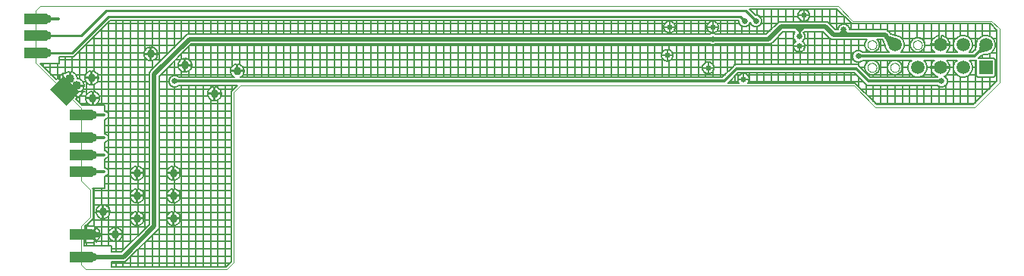
<source format=gbl>
G04 EAGLE Gerber X2 export*
%TF.Part,Single*%
%TF.FileFunction,Other,bottom copper*%
%TF.FilePolarity,Positive*%
%TF.GenerationSoftware,Autodesk,EAGLE,9.5.2*%
%TF.CreationDate,2020-02-09T10:15:54Z*%
G75*
%MOMM*%
%FSLAX34Y34*%
%LPD*%
%INbottom copper*%
%AMOC8*
5,1,8,0,0,1.08239X$1,22.5*%
G01*
%ADD10C,0.000000*%
%ADD11R,2.540000X1.270000*%
%ADD12R,1.270000X2.540000*%
%ADD13R,1.500000X1.500000*%
%ADD14C,1.500000*%
%ADD15C,1.020000*%
%ADD16C,0.304800*%
%ADD17C,0.609600*%
%ADD18C,0.254000*%
%ADD19C,0.935000*%
%ADD20C,0.406400*%
%ADD21C,0.203200*%
%ADD22C,0.680000*%
%ADD23C,0.508000*%


D10*
X0Y232410D02*
X50800Y181610D01*
X50800Y100330D01*
X60960Y90170D01*
X60960Y59690D01*
X50800Y49530D01*
X50800Y6350D01*
X55880Y1270D01*
X213360Y1270D01*
X1075690Y210820D02*
X1075690Y270510D01*
X0Y290830D02*
X0Y232410D01*
X0Y290830D02*
X5080Y295910D01*
X220980Y8890D02*
X213360Y1270D01*
X220980Y8890D02*
X220980Y199390D01*
X228600Y207010D01*
X913130Y207010D01*
X895350Y295910D02*
X5080Y295910D01*
X913130Y207010D02*
X937260Y182880D01*
X1047750Y182880D01*
X1075690Y210820D01*
X911860Y279400D02*
X895350Y295910D01*
X911860Y279400D02*
X1066800Y279400D01*
X1075690Y270510D01*
D11*
X50800Y173990D03*
X50800Y148590D03*
X50800Y129540D03*
X50800Y110490D03*
X50800Y40640D03*
X50800Y15240D03*
D12*
G36*
X15740Y202610D02*
X24720Y211590D01*
X42680Y193630D01*
X33700Y184650D01*
X15740Y202610D01*
G37*
G36*
X22090Y208960D02*
X31070Y217940D01*
X49030Y199980D01*
X40050Y191000D01*
X22090Y208960D01*
G37*
D13*
X1060450Y227330D03*
D14*
X1060450Y252730D03*
X1035050Y227330D03*
X1035050Y252730D03*
X1009650Y227330D03*
X1009650Y252730D03*
X958850Y252730D03*
D10*
X953850Y227330D02*
X953852Y227471D01*
X953858Y227612D01*
X953868Y227752D01*
X953882Y227892D01*
X953900Y228032D01*
X953921Y228171D01*
X953947Y228310D01*
X953976Y228448D01*
X954010Y228584D01*
X954047Y228720D01*
X954088Y228855D01*
X954133Y228989D01*
X954182Y229121D01*
X954234Y229252D01*
X954290Y229381D01*
X954350Y229508D01*
X954413Y229634D01*
X954479Y229758D01*
X954550Y229881D01*
X954623Y230001D01*
X954700Y230119D01*
X954780Y230235D01*
X954864Y230348D01*
X954950Y230459D01*
X955040Y230568D01*
X955133Y230674D01*
X955228Y230777D01*
X955327Y230878D01*
X955428Y230976D01*
X955532Y231071D01*
X955639Y231163D01*
X955748Y231252D01*
X955860Y231337D01*
X955974Y231420D01*
X956090Y231500D01*
X956209Y231576D01*
X956330Y231648D01*
X956452Y231718D01*
X956577Y231783D01*
X956703Y231846D01*
X956831Y231904D01*
X956961Y231959D01*
X957092Y232011D01*
X957225Y232058D01*
X957359Y232102D01*
X957494Y232143D01*
X957630Y232179D01*
X957767Y232211D01*
X957905Y232240D01*
X958043Y232265D01*
X958183Y232285D01*
X958323Y232302D01*
X958463Y232315D01*
X958604Y232324D01*
X958744Y232329D01*
X958885Y232330D01*
X959026Y232327D01*
X959167Y232320D01*
X959307Y232309D01*
X959447Y232294D01*
X959587Y232275D01*
X959726Y232253D01*
X959864Y232226D01*
X960002Y232196D01*
X960138Y232161D01*
X960274Y232123D01*
X960408Y232081D01*
X960542Y232035D01*
X960674Y231986D01*
X960804Y231932D01*
X960933Y231875D01*
X961060Y231815D01*
X961186Y231751D01*
X961309Y231683D01*
X961431Y231612D01*
X961551Y231538D01*
X961668Y231460D01*
X961783Y231379D01*
X961896Y231295D01*
X962007Y231208D01*
X962115Y231117D01*
X962220Y231024D01*
X962323Y230927D01*
X962423Y230828D01*
X962520Y230726D01*
X962614Y230621D01*
X962705Y230514D01*
X962793Y230404D01*
X962878Y230292D01*
X962960Y230177D01*
X963039Y230060D01*
X963114Y229941D01*
X963186Y229820D01*
X963254Y229697D01*
X963319Y229572D01*
X963381Y229445D01*
X963438Y229316D01*
X963493Y229186D01*
X963543Y229055D01*
X963590Y228922D01*
X963633Y228788D01*
X963672Y228652D01*
X963707Y228516D01*
X963739Y228379D01*
X963766Y228241D01*
X963790Y228102D01*
X963810Y227962D01*
X963826Y227822D01*
X963838Y227682D01*
X963846Y227541D01*
X963850Y227400D01*
X963850Y227260D01*
X963846Y227119D01*
X963838Y226978D01*
X963826Y226838D01*
X963810Y226698D01*
X963790Y226558D01*
X963766Y226419D01*
X963739Y226281D01*
X963707Y226144D01*
X963672Y226008D01*
X963633Y225872D01*
X963590Y225738D01*
X963543Y225605D01*
X963493Y225474D01*
X963438Y225344D01*
X963381Y225215D01*
X963319Y225088D01*
X963254Y224963D01*
X963186Y224840D01*
X963114Y224719D01*
X963039Y224600D01*
X962960Y224483D01*
X962878Y224368D01*
X962793Y224256D01*
X962705Y224146D01*
X962614Y224039D01*
X962520Y223934D01*
X962423Y223832D01*
X962323Y223733D01*
X962220Y223636D01*
X962115Y223543D01*
X962007Y223452D01*
X961896Y223365D01*
X961783Y223281D01*
X961668Y223200D01*
X961551Y223122D01*
X961431Y223048D01*
X961309Y222977D01*
X961186Y222909D01*
X961060Y222845D01*
X960933Y222785D01*
X960804Y222728D01*
X960674Y222674D01*
X960542Y222625D01*
X960408Y222579D01*
X960274Y222537D01*
X960138Y222499D01*
X960002Y222464D01*
X959864Y222434D01*
X959726Y222407D01*
X959587Y222385D01*
X959447Y222366D01*
X959307Y222351D01*
X959167Y222340D01*
X959026Y222333D01*
X958885Y222330D01*
X958744Y222331D01*
X958604Y222336D01*
X958463Y222345D01*
X958323Y222358D01*
X958183Y222375D01*
X958043Y222395D01*
X957905Y222420D01*
X957767Y222449D01*
X957630Y222481D01*
X957494Y222517D01*
X957359Y222558D01*
X957225Y222602D01*
X957092Y222649D01*
X956961Y222701D01*
X956831Y222756D01*
X956703Y222814D01*
X956577Y222877D01*
X956452Y222942D01*
X956330Y223012D01*
X956209Y223084D01*
X956090Y223160D01*
X955974Y223240D01*
X955860Y223323D01*
X955748Y223408D01*
X955639Y223497D01*
X955532Y223589D01*
X955428Y223684D01*
X955327Y223782D01*
X955228Y223883D01*
X955133Y223986D01*
X955040Y224092D01*
X954950Y224201D01*
X954864Y224312D01*
X954780Y224425D01*
X954700Y224541D01*
X954623Y224659D01*
X954550Y224779D01*
X954479Y224902D01*
X954413Y225026D01*
X954350Y225152D01*
X954290Y225279D01*
X954234Y225408D01*
X954182Y225539D01*
X954133Y225671D01*
X954088Y225805D01*
X954047Y225940D01*
X954010Y226076D01*
X953976Y226212D01*
X953947Y226350D01*
X953921Y226489D01*
X953900Y226628D01*
X953882Y226768D01*
X953868Y226908D01*
X953858Y227048D01*
X953852Y227189D01*
X953850Y227330D01*
X928450Y227330D02*
X928452Y227471D01*
X928458Y227612D01*
X928468Y227752D01*
X928482Y227892D01*
X928500Y228032D01*
X928521Y228171D01*
X928547Y228310D01*
X928576Y228448D01*
X928610Y228584D01*
X928647Y228720D01*
X928688Y228855D01*
X928733Y228989D01*
X928782Y229121D01*
X928834Y229252D01*
X928890Y229381D01*
X928950Y229508D01*
X929013Y229634D01*
X929079Y229758D01*
X929150Y229881D01*
X929223Y230001D01*
X929300Y230119D01*
X929380Y230235D01*
X929464Y230348D01*
X929550Y230459D01*
X929640Y230568D01*
X929733Y230674D01*
X929828Y230777D01*
X929927Y230878D01*
X930028Y230976D01*
X930132Y231071D01*
X930239Y231163D01*
X930348Y231252D01*
X930460Y231337D01*
X930574Y231420D01*
X930690Y231500D01*
X930809Y231576D01*
X930930Y231648D01*
X931052Y231718D01*
X931177Y231783D01*
X931303Y231846D01*
X931431Y231904D01*
X931561Y231959D01*
X931692Y232011D01*
X931825Y232058D01*
X931959Y232102D01*
X932094Y232143D01*
X932230Y232179D01*
X932367Y232211D01*
X932505Y232240D01*
X932643Y232265D01*
X932783Y232285D01*
X932923Y232302D01*
X933063Y232315D01*
X933204Y232324D01*
X933344Y232329D01*
X933485Y232330D01*
X933626Y232327D01*
X933767Y232320D01*
X933907Y232309D01*
X934047Y232294D01*
X934187Y232275D01*
X934326Y232253D01*
X934464Y232226D01*
X934602Y232196D01*
X934738Y232161D01*
X934874Y232123D01*
X935008Y232081D01*
X935142Y232035D01*
X935274Y231986D01*
X935404Y231932D01*
X935533Y231875D01*
X935660Y231815D01*
X935786Y231751D01*
X935909Y231683D01*
X936031Y231612D01*
X936151Y231538D01*
X936268Y231460D01*
X936383Y231379D01*
X936496Y231295D01*
X936607Y231208D01*
X936715Y231117D01*
X936820Y231024D01*
X936923Y230927D01*
X937023Y230828D01*
X937120Y230726D01*
X937214Y230621D01*
X937305Y230514D01*
X937393Y230404D01*
X937478Y230292D01*
X937560Y230177D01*
X937639Y230060D01*
X937714Y229941D01*
X937786Y229820D01*
X937854Y229697D01*
X937919Y229572D01*
X937981Y229445D01*
X938038Y229316D01*
X938093Y229186D01*
X938143Y229055D01*
X938190Y228922D01*
X938233Y228788D01*
X938272Y228652D01*
X938307Y228516D01*
X938339Y228379D01*
X938366Y228241D01*
X938390Y228102D01*
X938410Y227962D01*
X938426Y227822D01*
X938438Y227682D01*
X938446Y227541D01*
X938450Y227400D01*
X938450Y227260D01*
X938446Y227119D01*
X938438Y226978D01*
X938426Y226838D01*
X938410Y226698D01*
X938390Y226558D01*
X938366Y226419D01*
X938339Y226281D01*
X938307Y226144D01*
X938272Y226008D01*
X938233Y225872D01*
X938190Y225738D01*
X938143Y225605D01*
X938093Y225474D01*
X938038Y225344D01*
X937981Y225215D01*
X937919Y225088D01*
X937854Y224963D01*
X937786Y224840D01*
X937714Y224719D01*
X937639Y224600D01*
X937560Y224483D01*
X937478Y224368D01*
X937393Y224256D01*
X937305Y224146D01*
X937214Y224039D01*
X937120Y223934D01*
X937023Y223832D01*
X936923Y223733D01*
X936820Y223636D01*
X936715Y223543D01*
X936607Y223452D01*
X936496Y223365D01*
X936383Y223281D01*
X936268Y223200D01*
X936151Y223122D01*
X936031Y223048D01*
X935909Y222977D01*
X935786Y222909D01*
X935660Y222845D01*
X935533Y222785D01*
X935404Y222728D01*
X935274Y222674D01*
X935142Y222625D01*
X935008Y222579D01*
X934874Y222537D01*
X934738Y222499D01*
X934602Y222464D01*
X934464Y222434D01*
X934326Y222407D01*
X934187Y222385D01*
X934047Y222366D01*
X933907Y222351D01*
X933767Y222340D01*
X933626Y222333D01*
X933485Y222330D01*
X933344Y222331D01*
X933204Y222336D01*
X933063Y222345D01*
X932923Y222358D01*
X932783Y222375D01*
X932643Y222395D01*
X932505Y222420D01*
X932367Y222449D01*
X932230Y222481D01*
X932094Y222517D01*
X931959Y222558D01*
X931825Y222602D01*
X931692Y222649D01*
X931561Y222701D01*
X931431Y222756D01*
X931303Y222814D01*
X931177Y222877D01*
X931052Y222942D01*
X930930Y223012D01*
X930809Y223084D01*
X930690Y223160D01*
X930574Y223240D01*
X930460Y223323D01*
X930348Y223408D01*
X930239Y223497D01*
X930132Y223589D01*
X930028Y223684D01*
X929927Y223782D01*
X929828Y223883D01*
X929733Y223986D01*
X929640Y224092D01*
X929550Y224201D01*
X929464Y224312D01*
X929380Y224425D01*
X929300Y224541D01*
X929223Y224659D01*
X929150Y224779D01*
X929079Y224902D01*
X929013Y225026D01*
X928950Y225152D01*
X928890Y225279D01*
X928834Y225408D01*
X928782Y225539D01*
X928733Y225671D01*
X928688Y225805D01*
X928647Y225940D01*
X928610Y226076D01*
X928576Y226212D01*
X928547Y226350D01*
X928521Y226489D01*
X928500Y226628D01*
X928482Y226768D01*
X928468Y226908D01*
X928458Y227048D01*
X928452Y227189D01*
X928450Y227330D01*
X928450Y252730D02*
X928452Y252871D01*
X928458Y253012D01*
X928468Y253152D01*
X928482Y253292D01*
X928500Y253432D01*
X928521Y253571D01*
X928547Y253710D01*
X928576Y253848D01*
X928610Y253984D01*
X928647Y254120D01*
X928688Y254255D01*
X928733Y254389D01*
X928782Y254521D01*
X928834Y254652D01*
X928890Y254781D01*
X928950Y254908D01*
X929013Y255034D01*
X929079Y255158D01*
X929150Y255281D01*
X929223Y255401D01*
X929300Y255519D01*
X929380Y255635D01*
X929464Y255748D01*
X929550Y255859D01*
X929640Y255968D01*
X929733Y256074D01*
X929828Y256177D01*
X929927Y256278D01*
X930028Y256376D01*
X930132Y256471D01*
X930239Y256563D01*
X930348Y256652D01*
X930460Y256737D01*
X930574Y256820D01*
X930690Y256900D01*
X930809Y256976D01*
X930930Y257048D01*
X931052Y257118D01*
X931177Y257183D01*
X931303Y257246D01*
X931431Y257304D01*
X931561Y257359D01*
X931692Y257411D01*
X931825Y257458D01*
X931959Y257502D01*
X932094Y257543D01*
X932230Y257579D01*
X932367Y257611D01*
X932505Y257640D01*
X932643Y257665D01*
X932783Y257685D01*
X932923Y257702D01*
X933063Y257715D01*
X933204Y257724D01*
X933344Y257729D01*
X933485Y257730D01*
X933626Y257727D01*
X933767Y257720D01*
X933907Y257709D01*
X934047Y257694D01*
X934187Y257675D01*
X934326Y257653D01*
X934464Y257626D01*
X934602Y257596D01*
X934738Y257561D01*
X934874Y257523D01*
X935008Y257481D01*
X935142Y257435D01*
X935274Y257386D01*
X935404Y257332D01*
X935533Y257275D01*
X935660Y257215D01*
X935786Y257151D01*
X935909Y257083D01*
X936031Y257012D01*
X936151Y256938D01*
X936268Y256860D01*
X936383Y256779D01*
X936496Y256695D01*
X936607Y256608D01*
X936715Y256517D01*
X936820Y256424D01*
X936923Y256327D01*
X937023Y256228D01*
X937120Y256126D01*
X937214Y256021D01*
X937305Y255914D01*
X937393Y255804D01*
X937478Y255692D01*
X937560Y255577D01*
X937639Y255460D01*
X937714Y255341D01*
X937786Y255220D01*
X937854Y255097D01*
X937919Y254972D01*
X937981Y254845D01*
X938038Y254716D01*
X938093Y254586D01*
X938143Y254455D01*
X938190Y254322D01*
X938233Y254188D01*
X938272Y254052D01*
X938307Y253916D01*
X938339Y253779D01*
X938366Y253641D01*
X938390Y253502D01*
X938410Y253362D01*
X938426Y253222D01*
X938438Y253082D01*
X938446Y252941D01*
X938450Y252800D01*
X938450Y252660D01*
X938446Y252519D01*
X938438Y252378D01*
X938426Y252238D01*
X938410Y252098D01*
X938390Y251958D01*
X938366Y251819D01*
X938339Y251681D01*
X938307Y251544D01*
X938272Y251408D01*
X938233Y251272D01*
X938190Y251138D01*
X938143Y251005D01*
X938093Y250874D01*
X938038Y250744D01*
X937981Y250615D01*
X937919Y250488D01*
X937854Y250363D01*
X937786Y250240D01*
X937714Y250119D01*
X937639Y250000D01*
X937560Y249883D01*
X937478Y249768D01*
X937393Y249656D01*
X937305Y249546D01*
X937214Y249439D01*
X937120Y249334D01*
X937023Y249232D01*
X936923Y249133D01*
X936820Y249036D01*
X936715Y248943D01*
X936607Y248852D01*
X936496Y248765D01*
X936383Y248681D01*
X936268Y248600D01*
X936151Y248522D01*
X936031Y248448D01*
X935909Y248377D01*
X935786Y248309D01*
X935660Y248245D01*
X935533Y248185D01*
X935404Y248128D01*
X935274Y248074D01*
X935142Y248025D01*
X935008Y247979D01*
X934874Y247937D01*
X934738Y247899D01*
X934602Y247864D01*
X934464Y247834D01*
X934326Y247807D01*
X934187Y247785D01*
X934047Y247766D01*
X933907Y247751D01*
X933767Y247740D01*
X933626Y247733D01*
X933485Y247730D01*
X933344Y247731D01*
X933204Y247736D01*
X933063Y247745D01*
X932923Y247758D01*
X932783Y247775D01*
X932643Y247795D01*
X932505Y247820D01*
X932367Y247849D01*
X932230Y247881D01*
X932094Y247917D01*
X931959Y247958D01*
X931825Y248002D01*
X931692Y248049D01*
X931561Y248101D01*
X931431Y248156D01*
X931303Y248214D01*
X931177Y248277D01*
X931052Y248342D01*
X930930Y248412D01*
X930809Y248484D01*
X930690Y248560D01*
X930574Y248640D01*
X930460Y248723D01*
X930348Y248808D01*
X930239Y248897D01*
X930132Y248989D01*
X930028Y249084D01*
X929927Y249182D01*
X929828Y249283D01*
X929733Y249386D01*
X929640Y249492D01*
X929550Y249601D01*
X929464Y249712D01*
X929380Y249825D01*
X929300Y249941D01*
X929223Y250059D01*
X929150Y250179D01*
X929079Y250302D01*
X929013Y250426D01*
X928950Y250552D01*
X928890Y250679D01*
X928834Y250808D01*
X928782Y250939D01*
X928733Y251071D01*
X928688Y251205D01*
X928647Y251340D01*
X928610Y251476D01*
X928576Y251612D01*
X928547Y251750D01*
X928521Y251889D01*
X928500Y252028D01*
X928482Y252168D01*
X928468Y252308D01*
X928458Y252448D01*
X928452Y252589D01*
X928450Y252730D01*
D14*
X984250Y227330D03*
D10*
X979250Y252730D02*
X979252Y252871D01*
X979258Y253012D01*
X979268Y253152D01*
X979282Y253292D01*
X979300Y253432D01*
X979321Y253571D01*
X979347Y253710D01*
X979376Y253848D01*
X979410Y253984D01*
X979447Y254120D01*
X979488Y254255D01*
X979533Y254389D01*
X979582Y254521D01*
X979634Y254652D01*
X979690Y254781D01*
X979750Y254908D01*
X979813Y255034D01*
X979879Y255158D01*
X979950Y255281D01*
X980023Y255401D01*
X980100Y255519D01*
X980180Y255635D01*
X980264Y255748D01*
X980350Y255859D01*
X980440Y255968D01*
X980533Y256074D01*
X980628Y256177D01*
X980727Y256278D01*
X980828Y256376D01*
X980932Y256471D01*
X981039Y256563D01*
X981148Y256652D01*
X981260Y256737D01*
X981374Y256820D01*
X981490Y256900D01*
X981609Y256976D01*
X981730Y257048D01*
X981852Y257118D01*
X981977Y257183D01*
X982103Y257246D01*
X982231Y257304D01*
X982361Y257359D01*
X982492Y257411D01*
X982625Y257458D01*
X982759Y257502D01*
X982894Y257543D01*
X983030Y257579D01*
X983167Y257611D01*
X983305Y257640D01*
X983443Y257665D01*
X983583Y257685D01*
X983723Y257702D01*
X983863Y257715D01*
X984004Y257724D01*
X984144Y257729D01*
X984285Y257730D01*
X984426Y257727D01*
X984567Y257720D01*
X984707Y257709D01*
X984847Y257694D01*
X984987Y257675D01*
X985126Y257653D01*
X985264Y257626D01*
X985402Y257596D01*
X985538Y257561D01*
X985674Y257523D01*
X985808Y257481D01*
X985942Y257435D01*
X986074Y257386D01*
X986204Y257332D01*
X986333Y257275D01*
X986460Y257215D01*
X986586Y257151D01*
X986709Y257083D01*
X986831Y257012D01*
X986951Y256938D01*
X987068Y256860D01*
X987183Y256779D01*
X987296Y256695D01*
X987407Y256608D01*
X987515Y256517D01*
X987620Y256424D01*
X987723Y256327D01*
X987823Y256228D01*
X987920Y256126D01*
X988014Y256021D01*
X988105Y255914D01*
X988193Y255804D01*
X988278Y255692D01*
X988360Y255577D01*
X988439Y255460D01*
X988514Y255341D01*
X988586Y255220D01*
X988654Y255097D01*
X988719Y254972D01*
X988781Y254845D01*
X988838Y254716D01*
X988893Y254586D01*
X988943Y254455D01*
X988990Y254322D01*
X989033Y254188D01*
X989072Y254052D01*
X989107Y253916D01*
X989139Y253779D01*
X989166Y253641D01*
X989190Y253502D01*
X989210Y253362D01*
X989226Y253222D01*
X989238Y253082D01*
X989246Y252941D01*
X989250Y252800D01*
X989250Y252660D01*
X989246Y252519D01*
X989238Y252378D01*
X989226Y252238D01*
X989210Y252098D01*
X989190Y251958D01*
X989166Y251819D01*
X989139Y251681D01*
X989107Y251544D01*
X989072Y251408D01*
X989033Y251272D01*
X988990Y251138D01*
X988943Y251005D01*
X988893Y250874D01*
X988838Y250744D01*
X988781Y250615D01*
X988719Y250488D01*
X988654Y250363D01*
X988586Y250240D01*
X988514Y250119D01*
X988439Y250000D01*
X988360Y249883D01*
X988278Y249768D01*
X988193Y249656D01*
X988105Y249546D01*
X988014Y249439D01*
X987920Y249334D01*
X987823Y249232D01*
X987723Y249133D01*
X987620Y249036D01*
X987515Y248943D01*
X987407Y248852D01*
X987296Y248765D01*
X987183Y248681D01*
X987068Y248600D01*
X986951Y248522D01*
X986831Y248448D01*
X986709Y248377D01*
X986586Y248309D01*
X986460Y248245D01*
X986333Y248185D01*
X986204Y248128D01*
X986074Y248074D01*
X985942Y248025D01*
X985808Y247979D01*
X985674Y247937D01*
X985538Y247899D01*
X985402Y247864D01*
X985264Y247834D01*
X985126Y247807D01*
X984987Y247785D01*
X984847Y247766D01*
X984707Y247751D01*
X984567Y247740D01*
X984426Y247733D01*
X984285Y247730D01*
X984144Y247731D01*
X984004Y247736D01*
X983863Y247745D01*
X983723Y247758D01*
X983583Y247775D01*
X983443Y247795D01*
X983305Y247820D01*
X983167Y247849D01*
X983030Y247881D01*
X982894Y247917D01*
X982759Y247958D01*
X982625Y248002D01*
X982492Y248049D01*
X982361Y248101D01*
X982231Y248156D01*
X982103Y248214D01*
X981977Y248277D01*
X981852Y248342D01*
X981730Y248412D01*
X981609Y248484D01*
X981490Y248560D01*
X981374Y248640D01*
X981260Y248723D01*
X981148Y248808D01*
X981039Y248897D01*
X980932Y248989D01*
X980828Y249084D01*
X980727Y249182D01*
X980628Y249283D01*
X980533Y249386D01*
X980440Y249492D01*
X980350Y249601D01*
X980264Y249712D01*
X980180Y249825D01*
X980100Y249941D01*
X980023Y250059D01*
X979950Y250179D01*
X979879Y250302D01*
X979813Y250426D01*
X979750Y250552D01*
X979690Y250679D01*
X979634Y250808D01*
X979582Y250939D01*
X979533Y251071D01*
X979488Y251205D01*
X979447Y251340D01*
X979410Y251476D01*
X979376Y251612D01*
X979347Y251750D01*
X979321Y251889D01*
X979300Y252028D01*
X979282Y252168D01*
X979268Y252308D01*
X979258Y252448D01*
X979252Y252589D01*
X979250Y252730D01*
D11*
X0Y281940D03*
X0Y262890D03*
X0Y243840D03*
D15*
X50800Y40640D03*
X63500Y40640D03*
X45720Y207010D03*
X35560Y196850D03*
D16*
X55880Y40640D02*
X63500Y40640D01*
X55880Y40640D02*
X55880Y49530D01*
X57150Y50800D01*
X55880Y40640D02*
X54610Y39370D01*
X54610Y31750D01*
D17*
X63500Y40640D02*
X69850Y40640D01*
D18*
X63500Y44450D02*
X67310Y48260D01*
X63500Y44450D02*
X63500Y40640D01*
X63500Y36830D01*
X67310Y33020D01*
D19*
X74930Y66040D03*
X88900Y40640D03*
X62230Y215900D03*
X63500Y193040D03*
D20*
X45720Y207010D02*
X39370Y200660D01*
D21*
X26670Y213360D02*
X26670Y218440D01*
X26670Y213360D02*
X30480Y209550D01*
X35560Y204470D01*
X39370Y200660D02*
X54610Y200660D01*
X39370Y200660D02*
X35560Y204470D01*
X35560Y215900D01*
X36830Y217170D01*
X35560Y204470D02*
X48260Y204470D01*
X30480Y209550D02*
X30480Y220980D01*
D20*
X29210Y198120D02*
X34290Y198120D01*
X35560Y196850D01*
D15*
X27940Y204470D03*
X38100Y214630D03*
D22*
X755650Y272640D03*
X750570Y226990D03*
D21*
X58916Y40156D02*
X53816Y40156D01*
X53816Y41124D01*
X63016Y41124D01*
X63016Y40156D01*
X58916Y40156D01*
X994766Y225238D02*
X994766Y229422D01*
X993165Y233287D01*
X990962Y235490D01*
X1002990Y235490D01*
X1002799Y235351D01*
X1001629Y234181D01*
X1000656Y232842D01*
X999904Y231367D01*
X999393Y229793D01*
X999164Y228346D01*
X1008634Y228346D01*
X1008634Y226314D01*
X999164Y226314D01*
X999393Y224867D01*
X999904Y223293D01*
X1000656Y221818D01*
X1001629Y220479D01*
X1002799Y219309D01*
X1004138Y218336D01*
X1005613Y217584D01*
X1006917Y217161D01*
X1006386Y216630D01*
X931521Y216630D01*
X920210Y227941D01*
X917551Y230600D01*
X780439Y230600D01*
X777780Y227941D01*
X766469Y216630D01*
X228254Y216630D01*
X228433Y216704D01*
X229693Y217546D01*
X230764Y218617D01*
X231606Y219877D01*
X232185Y221277D01*
X232481Y222762D01*
X232481Y223161D01*
X225149Y223161D01*
X225149Y223879D01*
X232481Y223879D01*
X232481Y224278D01*
X232185Y225763D01*
X231606Y227163D01*
X230764Y228423D01*
X229693Y229494D01*
X228433Y230336D01*
X227033Y230915D01*
X225548Y231211D01*
X225149Y231211D01*
X225149Y223879D01*
X224431Y223879D01*
X224431Y231211D01*
X224032Y231211D01*
X222547Y230915D01*
X221147Y230336D01*
X219887Y229494D01*
X218816Y228423D01*
X217974Y227163D01*
X217395Y225763D01*
X217099Y224278D01*
X217099Y223879D01*
X224431Y223879D01*
X224431Y223161D01*
X217099Y223161D01*
X217099Y222762D01*
X217395Y221277D01*
X217974Y219877D01*
X218816Y218617D01*
X219887Y217546D01*
X221147Y216704D01*
X221326Y216630D01*
X159474Y216630D01*
X158574Y217529D01*
X156216Y218506D01*
X153664Y218506D01*
X151306Y217529D01*
X149501Y215724D01*
X148524Y213366D01*
X148524Y210814D01*
X149501Y208456D01*
X151306Y206651D01*
X153664Y205674D01*
X156216Y205674D01*
X158574Y206651D01*
X159474Y207550D01*
X224875Y207550D01*
X217964Y200639D01*
X217964Y10139D01*
X212111Y4286D01*
X84836Y4286D01*
X84836Y9684D01*
X100091Y9684D01*
X134381Y43974D01*
X137636Y47229D01*
X137636Y217409D01*
X173751Y253524D01*
X752298Y253524D01*
X754374Y252664D01*
X756926Y252664D01*
X759002Y253524D01*
X820181Y253524D01*
X823436Y256779D01*
X834151Y267494D01*
X846585Y267494D01*
X847498Y266581D01*
X846731Y265814D01*
X845754Y263456D01*
X845754Y260904D01*
X846731Y258546D01*
X848531Y256745D01*
X848080Y256444D01*
X847186Y255550D01*
X846484Y254499D01*
X846001Y253331D01*
X845754Y252092D01*
X845754Y251460D01*
X852170Y251460D01*
X852170Y251460D01*
X845754Y251460D01*
X845754Y250828D01*
X846001Y249589D01*
X846484Y248421D01*
X847186Y247370D01*
X848080Y246476D01*
X849131Y245774D01*
X850299Y245291D01*
X851538Y245044D01*
X852170Y245044D01*
X852170Y251460D01*
X852170Y251460D01*
X852170Y245044D01*
X852802Y245044D01*
X854041Y245291D01*
X855209Y245774D01*
X856260Y246476D01*
X857154Y247370D01*
X857856Y248421D01*
X858339Y249589D01*
X858586Y250828D01*
X858586Y251460D01*
X852170Y251460D01*
X852170Y251460D01*
X858586Y251460D01*
X858586Y252092D01*
X858339Y253331D01*
X857856Y254499D01*
X857154Y255550D01*
X856260Y256444D01*
X855809Y256745D01*
X857609Y258546D01*
X858586Y260904D01*
X858586Y263456D01*
X857609Y265814D01*
X856842Y266581D01*
X857755Y267494D01*
X879079Y267494D01*
X884714Y261859D01*
X887969Y258604D01*
X927988Y258604D01*
X926654Y257271D01*
X925434Y254324D01*
X925434Y251136D01*
X926654Y248189D01*
X928909Y245934D01*
X931856Y244714D01*
X935044Y244714D01*
X937991Y245934D01*
X940246Y248189D01*
X941466Y251136D01*
X941466Y254324D01*
X940246Y257271D01*
X938912Y258604D01*
X945119Y258604D01*
X945779Y257944D01*
X948334Y251556D01*
X948334Y250638D01*
X949935Y246773D01*
X952138Y244570D01*
X922744Y244570D01*
X921844Y245469D01*
X919486Y246446D01*
X916934Y246446D01*
X914576Y245469D01*
X912771Y243664D01*
X911794Y241306D01*
X911794Y238754D01*
X912771Y236396D01*
X914576Y234591D01*
X916934Y233614D01*
X919486Y233614D01*
X921844Y234591D01*
X922744Y235490D01*
X977538Y235490D01*
X975335Y233287D01*
X973734Y229422D01*
X973734Y225238D01*
X975335Y221373D01*
X978293Y218415D01*
X982158Y216814D01*
X986342Y216814D01*
X990207Y218415D01*
X993165Y221373D01*
X994766Y225238D01*
X704850Y240960D02*
X704850Y247376D01*
X704850Y240960D02*
X704850Y240960D01*
X704850Y247376D01*
X704218Y247376D01*
X702979Y247129D01*
X701811Y246646D01*
X700760Y245944D01*
X699866Y245050D01*
X699164Y243999D01*
X698681Y242831D01*
X698434Y241592D01*
X698434Y240960D01*
X704850Y240960D01*
X704850Y240960D01*
X698434Y240960D01*
X698434Y240328D01*
X698681Y239089D01*
X699164Y237921D01*
X699866Y236870D01*
X700760Y235976D01*
X701811Y235274D01*
X702979Y234791D01*
X704218Y234544D01*
X704850Y234544D01*
X704850Y240960D01*
X704850Y240960D01*
X704850Y234544D01*
X705482Y234544D01*
X706721Y234791D01*
X707889Y235274D01*
X708940Y235976D01*
X709834Y236870D01*
X710536Y237921D01*
X711019Y239089D01*
X711266Y240328D01*
X711266Y240960D01*
X704850Y240960D01*
X704850Y240960D01*
X711266Y240960D01*
X711266Y241592D01*
X711019Y242831D01*
X710536Y243999D01*
X709834Y245050D01*
X708940Y245944D01*
X707889Y246646D01*
X706721Y247129D01*
X705482Y247376D01*
X704850Y247376D01*
X199749Y205811D02*
X199749Y198479D01*
X199031Y198479D01*
X199031Y205811D01*
X198632Y205811D01*
X197147Y205515D01*
X195747Y204936D01*
X194487Y204094D01*
X193416Y203023D01*
X192574Y201763D01*
X191995Y200363D01*
X191699Y198878D01*
X191699Y198479D01*
X199031Y198479D01*
X199031Y197761D01*
X191699Y197761D01*
X191699Y197362D01*
X191995Y195877D01*
X192574Y194477D01*
X193416Y193217D01*
X194487Y192146D01*
X195747Y191304D01*
X197147Y190725D01*
X198632Y190429D01*
X199031Y190429D01*
X199031Y197761D01*
X199749Y197761D01*
X199749Y190429D01*
X200148Y190429D01*
X201633Y190725D01*
X203033Y191304D01*
X204293Y192146D01*
X205364Y193217D01*
X206206Y194477D01*
X206785Y195877D01*
X207081Y197362D01*
X207081Y197761D01*
X199749Y197761D01*
X199749Y198479D01*
X207081Y198479D01*
X207081Y198878D01*
X206785Y200363D01*
X206206Y201763D01*
X205364Y203023D01*
X204293Y204094D01*
X203033Y204936D01*
X201633Y205515D01*
X200148Y205811D01*
X199749Y205811D01*
X154029Y116911D02*
X154029Y109579D01*
X153311Y109579D01*
X153311Y116911D01*
X152912Y116911D01*
X151427Y116615D01*
X150027Y116036D01*
X148767Y115194D01*
X147696Y114123D01*
X146854Y112863D01*
X146275Y111463D01*
X145979Y109978D01*
X145979Y109579D01*
X153311Y109579D01*
X153311Y108861D01*
X145979Y108861D01*
X145979Y108462D01*
X146275Y106977D01*
X146854Y105577D01*
X147696Y104317D01*
X148767Y103246D01*
X150027Y102404D01*
X151427Y101825D01*
X152912Y101529D01*
X153311Y101529D01*
X153311Y108861D01*
X154029Y108861D01*
X154029Y101529D01*
X154428Y101529D01*
X155913Y101825D01*
X157313Y102404D01*
X158573Y103246D01*
X159644Y104317D01*
X160486Y105577D01*
X161065Y106977D01*
X161361Y108462D01*
X161361Y108861D01*
X154029Y108861D01*
X154029Y109579D01*
X161361Y109579D01*
X161361Y109978D01*
X161065Y111463D01*
X160486Y112863D01*
X159644Y114123D01*
X158573Y115194D01*
X157313Y116036D01*
X155913Y116615D01*
X154428Y116911D01*
X154029Y116911D01*
X154029Y66111D02*
X154029Y58779D01*
X153311Y58779D01*
X153311Y66111D01*
X152912Y66111D01*
X151427Y65815D01*
X150027Y65236D01*
X148767Y64394D01*
X147696Y63323D01*
X146854Y62063D01*
X146275Y60663D01*
X145979Y59178D01*
X145979Y58779D01*
X153311Y58779D01*
X153311Y58061D01*
X145979Y58061D01*
X145979Y57662D01*
X146275Y56177D01*
X146854Y54777D01*
X147696Y53517D01*
X148767Y52446D01*
X150027Y51604D01*
X151427Y51025D01*
X152912Y50729D01*
X153311Y50729D01*
X153311Y58061D01*
X154029Y58061D01*
X154029Y50729D01*
X154428Y50729D01*
X155913Y51025D01*
X157313Y51604D01*
X158573Y52446D01*
X159644Y53517D01*
X160486Y54777D01*
X161065Y56177D01*
X161361Y57662D01*
X161361Y58061D01*
X154029Y58061D01*
X154029Y58779D01*
X161361Y58779D01*
X161361Y59178D01*
X161065Y60663D01*
X160486Y62063D01*
X159644Y63323D01*
X158573Y64394D01*
X157313Y65236D01*
X155913Y65815D01*
X154428Y66111D01*
X154029Y66111D01*
X750570Y226990D02*
X750570Y233406D01*
X750570Y226990D02*
X750570Y226990D01*
X750570Y233406D01*
X749938Y233406D01*
X748699Y233159D01*
X747531Y232676D01*
X746480Y231974D01*
X745586Y231080D01*
X744884Y230029D01*
X744401Y228861D01*
X744154Y227622D01*
X744154Y226990D01*
X750570Y226990D01*
X750570Y226990D01*
X744154Y226990D01*
X744154Y226358D01*
X744401Y225119D01*
X744884Y223951D01*
X745586Y222900D01*
X746480Y222006D01*
X747531Y221304D01*
X748699Y220821D01*
X749938Y220574D01*
X750570Y220574D01*
X750570Y226990D01*
X750570Y226990D01*
X750570Y220574D01*
X751202Y220574D01*
X752441Y220821D01*
X753609Y221304D01*
X754660Y222006D01*
X755554Y222900D01*
X756256Y223951D01*
X756739Y225119D01*
X756986Y226358D01*
X756986Y226990D01*
X750570Y226990D01*
X750570Y226990D01*
X756986Y226990D01*
X756986Y227622D01*
X756739Y228861D01*
X756256Y230029D01*
X755554Y231080D01*
X754660Y231974D01*
X753609Y232676D01*
X752441Y233159D01*
X751202Y233406D01*
X750570Y233406D01*
X941466Y228924D02*
X941466Y225736D01*
X941466Y228924D02*
X940246Y231871D01*
X937991Y234126D01*
X935044Y235346D01*
X931856Y235346D01*
X928909Y234126D01*
X926654Y231871D01*
X925434Y228924D01*
X925434Y225736D01*
X926654Y222789D01*
X928909Y220534D01*
X931856Y219314D01*
X935044Y219314D01*
X937991Y220534D01*
X940246Y222789D01*
X941466Y225736D01*
X966866Y225736D02*
X966866Y228924D01*
X965646Y231871D01*
X963391Y234126D01*
X960444Y235346D01*
X957256Y235346D01*
X954309Y234126D01*
X952054Y231871D01*
X950834Y228924D01*
X950834Y225736D01*
X952054Y222789D01*
X954309Y220534D01*
X957256Y219314D01*
X960444Y219314D01*
X963391Y220534D01*
X965646Y222789D01*
X966866Y225736D01*
X154029Y91511D02*
X154029Y84179D01*
X153311Y84179D01*
X153311Y91511D01*
X152912Y91511D01*
X151427Y91215D01*
X150027Y90636D01*
X148767Y89794D01*
X147696Y88723D01*
X146854Y87463D01*
X146275Y86063D01*
X145979Y84578D01*
X145979Y84179D01*
X153311Y84179D01*
X153311Y83461D01*
X145979Y83461D01*
X145979Y83062D01*
X146275Y81577D01*
X146854Y80177D01*
X147696Y78917D01*
X148767Y77846D01*
X150027Y77004D01*
X151427Y76425D01*
X152912Y76129D01*
X153311Y76129D01*
X153311Y83461D01*
X154029Y83461D01*
X154029Y76129D01*
X154428Y76129D01*
X155913Y76425D01*
X157313Y77004D01*
X158573Y77846D01*
X159644Y78917D01*
X160486Y80177D01*
X161065Y81577D01*
X161361Y83062D01*
X161361Y83461D01*
X154029Y83461D01*
X154029Y84179D01*
X161361Y84179D01*
X161361Y84578D01*
X161065Y86063D01*
X160486Y87463D01*
X159644Y88723D01*
X158573Y89794D01*
X157313Y90636D01*
X155913Y91215D01*
X154428Y91511D01*
X154029Y91511D01*
X166729Y230229D02*
X166729Y237561D01*
X166729Y230229D02*
X166011Y230229D01*
X166011Y237561D01*
X165612Y237561D01*
X164127Y237265D01*
X162727Y236686D01*
X161467Y235844D01*
X160396Y234773D01*
X159554Y233513D01*
X158975Y232113D01*
X158679Y230628D01*
X158679Y230229D01*
X166011Y230229D01*
X166011Y229511D01*
X158679Y229511D01*
X158679Y229112D01*
X158975Y227627D01*
X159554Y226227D01*
X160396Y224967D01*
X161467Y223896D01*
X162727Y223054D01*
X164127Y222475D01*
X165612Y222179D01*
X166011Y222179D01*
X166011Y229511D01*
X166729Y229511D01*
X166729Y222179D01*
X167128Y222179D01*
X168613Y222475D01*
X170013Y223054D01*
X171273Y223896D01*
X172344Y224967D01*
X173186Y226227D01*
X173765Y227627D01*
X174061Y229112D01*
X174061Y229511D01*
X166729Y229511D01*
X166729Y230229D01*
X174061Y230229D01*
X174061Y230628D01*
X173765Y232113D01*
X173186Y233513D01*
X172344Y234773D01*
X171273Y235844D01*
X170013Y236686D01*
X168613Y237265D01*
X167128Y237561D01*
X166729Y237561D01*
X810326Y278124D02*
X810326Y280676D01*
X809349Y283034D01*
X807544Y284839D01*
X805186Y285816D01*
X803555Y285816D01*
X796766Y292605D01*
X796477Y292894D01*
X894101Y292894D01*
X908844Y278151D01*
X910611Y276384D01*
X1065551Y276384D01*
X1072674Y269261D01*
X1072674Y212069D01*
X1046501Y185896D01*
X938509Y185896D01*
X914379Y210026D01*
X794750Y210026D01*
X794924Y210200D01*
X795626Y211251D01*
X796109Y212419D01*
X796356Y213658D01*
X796356Y214290D01*
X789940Y214290D01*
X789940Y214290D01*
X796356Y214290D01*
X796356Y214922D01*
X796109Y216161D01*
X795626Y217329D01*
X794924Y218380D01*
X794030Y219274D01*
X792979Y219976D01*
X791811Y220459D01*
X790572Y220706D01*
X789940Y220706D01*
X789940Y214290D01*
X789940Y214290D01*
X789940Y220706D01*
X789308Y220706D01*
X788069Y220459D01*
X786901Y219976D01*
X785850Y219274D01*
X784956Y218380D01*
X784254Y217329D01*
X783771Y216161D01*
X783524Y214922D01*
X783524Y214290D01*
X789940Y214290D01*
X789940Y214290D01*
X783524Y214290D01*
X783524Y213658D01*
X783771Y212419D01*
X784254Y211251D01*
X784956Y210200D01*
X785130Y210026D01*
X772706Y210026D01*
X784201Y221520D01*
X913789Y221520D01*
X927759Y207550D01*
X1006386Y207550D01*
X1007286Y206651D01*
X1009644Y205674D01*
X1012196Y205674D01*
X1014554Y206651D01*
X1016359Y208456D01*
X1017336Y210814D01*
X1017336Y213366D01*
X1016359Y215724D01*
X1014554Y217529D01*
X1014016Y217752D01*
X1015162Y218336D01*
X1016501Y219309D01*
X1017671Y220479D01*
X1018644Y221818D01*
X1019396Y223293D01*
X1019907Y224867D01*
X1020136Y226314D01*
X1010666Y226314D01*
X1010666Y228346D01*
X1020136Y228346D01*
X1019907Y229793D01*
X1019396Y231367D01*
X1018644Y232842D01*
X1017671Y234181D01*
X1016501Y235351D01*
X1016310Y235490D01*
X1028338Y235490D01*
X1026135Y233287D01*
X1024534Y229422D01*
X1024534Y225238D01*
X1026135Y221373D01*
X1029093Y218415D01*
X1032958Y216814D01*
X1037142Y216814D01*
X1041007Y218415D01*
X1043965Y221373D01*
X1045566Y225238D01*
X1045566Y229422D01*
X1043965Y233287D01*
X1041762Y235490D01*
X1049631Y235490D01*
X1049934Y235794D01*
X1049934Y218581D01*
X1051701Y216814D01*
X1069199Y216814D01*
X1070966Y218581D01*
X1070966Y236079D01*
X1069199Y237846D01*
X1051986Y237846D01*
X1052290Y238149D01*
X1055500Y241360D01*
X1058918Y242214D01*
X1062542Y242214D01*
X1066407Y243815D01*
X1069365Y246773D01*
X1070966Y250638D01*
X1070966Y254822D01*
X1069365Y258687D01*
X1066407Y261645D01*
X1062542Y263246D01*
X1058358Y263246D01*
X1054493Y261645D01*
X1051535Y258687D01*
X1049934Y254822D01*
X1049934Y251198D01*
X1049080Y247780D01*
X1045869Y244570D01*
X1041762Y244570D01*
X1043965Y246773D01*
X1045566Y250638D01*
X1045566Y254822D01*
X1043965Y258687D01*
X1041007Y261645D01*
X1037142Y263246D01*
X1032958Y263246D01*
X1029093Y261645D01*
X1026135Y258687D01*
X1024534Y254822D01*
X1024534Y250638D01*
X1026135Y246773D01*
X1028338Y244570D01*
X1016310Y244570D01*
X1016501Y244709D01*
X1017671Y245879D01*
X1018644Y247218D01*
X1019396Y248693D01*
X1019907Y250267D01*
X1020136Y251714D01*
X1010666Y251714D01*
X1010666Y253746D01*
X1020136Y253746D01*
X1019907Y255193D01*
X1019396Y256767D01*
X1018644Y258242D01*
X1017671Y259581D01*
X1016501Y260751D01*
X1015162Y261724D01*
X1013687Y262476D01*
X1012113Y262987D01*
X1010666Y263216D01*
X1010666Y253746D01*
X1008634Y253746D01*
X1008634Y263216D01*
X1007187Y262987D01*
X1005613Y262476D01*
X1004138Y261724D01*
X1002799Y260751D01*
X1001629Y259581D01*
X1000656Y258242D01*
X999904Y256767D01*
X999393Y255193D01*
X999164Y253746D01*
X1008634Y253746D01*
X1008634Y251714D01*
X999164Y251714D01*
X999393Y250267D01*
X999904Y248693D01*
X1000656Y247218D01*
X1001629Y245879D01*
X1002799Y244709D01*
X1002990Y244570D01*
X965562Y244570D01*
X967765Y246773D01*
X969366Y250638D01*
X969366Y254822D01*
X967765Y258687D01*
X964807Y261645D01*
X960942Y263246D01*
X959439Y263246D01*
X954568Y264870D01*
X954246Y265191D01*
X952976Y266461D01*
X949721Y269716D01*
X908116Y269716D01*
X908116Y271076D01*
X907139Y273434D01*
X905334Y275239D01*
X902976Y276216D01*
X900424Y276216D01*
X898066Y275239D01*
X896261Y273434D01*
X895284Y271076D01*
X895284Y269716D01*
X892571Y269716D01*
X883681Y278606D01*
X829549Y278606D01*
X815579Y264636D01*
X759002Y264636D01*
X756926Y265496D01*
X754374Y265496D01*
X752298Y264636D01*
X169149Y264636D01*
X165894Y261381D01*
X165894Y261381D01*
X129779Y225266D01*
X126524Y222011D01*
X126524Y51831D01*
X95489Y20796D01*
X84836Y20796D01*
X84836Y27091D01*
X84241Y27686D01*
X53816Y27686D01*
X53816Y31274D01*
X63897Y31274D01*
X64664Y31480D01*
X65352Y31877D01*
X65913Y32438D01*
X66230Y32986D01*
X67344Y33448D01*
X68674Y34336D01*
X69804Y35466D01*
X70692Y36796D01*
X71304Y38273D01*
X71616Y39841D01*
X71616Y40156D01*
X63984Y40156D01*
X63984Y41124D01*
X71616Y41124D01*
X71616Y41439D01*
X71304Y43007D01*
X70692Y44484D01*
X69804Y45814D01*
X68674Y46944D01*
X67344Y47832D01*
X66230Y48294D01*
X65913Y48842D01*
X65352Y49403D01*
X64664Y49800D01*
X63897Y50006D01*
X55541Y50006D01*
X63976Y58441D01*
X63976Y91419D01*
X63701Y91694D01*
X76621Y91694D01*
X77216Y92289D01*
X77216Y105950D01*
X78081Y105950D01*
X80740Y108609D01*
X80740Y112371D01*
X78081Y115030D01*
X77216Y115030D01*
X77216Y125000D01*
X78081Y125000D01*
X80740Y127659D01*
X80740Y131421D01*
X78081Y134080D01*
X77216Y134080D01*
X77216Y144050D01*
X78081Y144050D01*
X80740Y146709D01*
X80740Y150471D01*
X78081Y153130D01*
X77216Y153130D01*
X77216Y169450D01*
X78081Y169450D01*
X80740Y172109D01*
X80740Y175871D01*
X78081Y178530D01*
X77216Y178530D01*
X77216Y184571D01*
X76621Y185166D01*
X51509Y185166D01*
X44995Y191680D01*
X45094Y191778D01*
X45094Y191778D01*
X45954Y192639D01*
X45625Y192968D01*
X45696Y193233D01*
X45696Y194027D01*
X45491Y194794D01*
X45094Y195482D01*
X43241Y197334D01*
X43676Y197334D01*
X43676Y197649D01*
X43641Y197826D01*
X47391Y194076D01*
X51444Y198128D01*
X51841Y198816D01*
X52046Y199583D01*
X52046Y200377D01*
X51841Y201144D01*
X51654Y201467D01*
X52024Y201836D01*
X52912Y203166D01*
X53524Y204643D01*
X53836Y206211D01*
X53836Y206526D01*
X46750Y206526D01*
X46204Y207071D01*
X46204Y207494D01*
X53836Y207494D01*
X53836Y207809D01*
X53524Y209377D01*
X52912Y210854D01*
X52024Y212184D01*
X50894Y213314D01*
X49564Y214202D01*
X48087Y214814D01*
X46519Y215126D01*
X46216Y215126D01*
X46216Y215429D01*
X45904Y216997D01*
X45292Y218474D01*
X44404Y219804D01*
X43274Y220934D01*
X41944Y221822D01*
X40467Y222434D01*
X38899Y222746D01*
X38584Y222746D01*
X38584Y215114D01*
X38161Y215114D01*
X37616Y215660D01*
X37616Y222746D01*
X37301Y222746D01*
X35733Y222434D01*
X34256Y221822D01*
X32926Y220934D01*
X32557Y220564D01*
X32234Y220751D01*
X31467Y220956D01*
X30673Y220956D01*
X29906Y220751D01*
X29218Y220354D01*
X25166Y216301D01*
X28916Y212551D01*
X28739Y212586D01*
X28424Y212586D01*
X28424Y212151D01*
X26572Y214004D01*
X25884Y214401D01*
X25117Y214606D01*
X24323Y214606D01*
X24058Y214535D01*
X23729Y214864D01*
X22868Y214004D01*
X22868Y214004D01*
X22770Y213905D01*
X5281Y231394D01*
X25821Y231394D01*
X26416Y231989D01*
X26416Y239554D01*
X42415Y239554D01*
X83055Y280194D01*
X784355Y280194D01*
X784794Y279755D01*
X784794Y278124D01*
X785771Y275766D01*
X787576Y273961D01*
X789934Y272984D01*
X792486Y272984D01*
X794844Y273961D01*
X796649Y275766D01*
X797560Y277965D01*
X798471Y275766D01*
X800276Y273961D01*
X802634Y272984D01*
X805186Y272984D01*
X807544Y273961D01*
X809349Y275766D01*
X810326Y278124D01*
X128629Y250261D02*
X128629Y242929D01*
X127911Y242929D01*
X127911Y250261D01*
X127512Y250261D01*
X126027Y249965D01*
X124627Y249386D01*
X123367Y248544D01*
X122296Y247473D01*
X121454Y246213D01*
X120875Y244813D01*
X120579Y243328D01*
X120579Y242929D01*
X127911Y242929D01*
X127911Y242211D01*
X120579Y242211D01*
X120579Y241812D01*
X120875Y240327D01*
X121454Y238927D01*
X122296Y237667D01*
X123367Y236596D01*
X124627Y235754D01*
X126027Y235175D01*
X127512Y234879D01*
X127911Y234879D01*
X127911Y242211D01*
X128629Y242211D01*
X128629Y234879D01*
X129028Y234879D01*
X130513Y235175D01*
X131913Y235754D01*
X133173Y236596D01*
X134244Y237667D01*
X135086Y238927D01*
X135665Y240327D01*
X135961Y241812D01*
X135961Y242211D01*
X128629Y242211D01*
X128629Y242929D01*
X135961Y242929D01*
X135961Y243328D01*
X135665Y244813D01*
X135086Y246213D01*
X134244Y247473D01*
X133173Y248544D01*
X131913Y249386D01*
X130513Y249965D01*
X129028Y250261D01*
X128629Y250261D01*
X113389Y91511D02*
X113389Y84179D01*
X112671Y84179D01*
X112671Y91511D01*
X112272Y91511D01*
X110787Y91215D01*
X109387Y90636D01*
X108127Y89794D01*
X107056Y88723D01*
X106214Y87463D01*
X105635Y86063D01*
X105339Y84578D01*
X105339Y84179D01*
X112671Y84179D01*
X112671Y83461D01*
X105339Y83461D01*
X105339Y83062D01*
X105635Y81577D01*
X106214Y80177D01*
X107056Y78917D01*
X108127Y77846D01*
X109387Y77004D01*
X110787Y76425D01*
X112272Y76129D01*
X112671Y76129D01*
X112671Y83461D01*
X113389Y83461D01*
X113389Y76129D01*
X113788Y76129D01*
X115273Y76425D01*
X116673Y77004D01*
X117933Y77846D01*
X119004Y78917D01*
X119846Y80177D01*
X120425Y81577D01*
X120721Y83062D01*
X120721Y83461D01*
X113389Y83461D01*
X113389Y84179D01*
X120721Y84179D01*
X120721Y84578D01*
X120425Y86063D01*
X119846Y87463D01*
X119004Y88723D01*
X117933Y89794D01*
X116673Y90636D01*
X115273Y91215D01*
X113788Y91511D01*
X113389Y91511D01*
X63859Y193399D02*
X63859Y200731D01*
X63859Y193399D02*
X63141Y193399D01*
X63141Y200731D01*
X62742Y200731D01*
X61257Y200435D01*
X59857Y199856D01*
X58597Y199014D01*
X57526Y197943D01*
X56684Y196683D01*
X56105Y195283D01*
X55809Y193798D01*
X55809Y193399D01*
X63141Y193399D01*
X63141Y192681D01*
X55809Y192681D01*
X55809Y192282D01*
X56105Y190797D01*
X56684Y189397D01*
X57526Y188137D01*
X58597Y187066D01*
X59857Y186224D01*
X61257Y185645D01*
X62742Y185349D01*
X63141Y185349D01*
X63141Y192681D01*
X63859Y192681D01*
X63859Y185349D01*
X64258Y185349D01*
X65743Y185645D01*
X67143Y186224D01*
X68403Y187066D01*
X69474Y188137D01*
X70316Y189397D01*
X70895Y190797D01*
X71191Y192282D01*
X71191Y192681D01*
X63859Y192681D01*
X63859Y193399D01*
X71191Y193399D01*
X71191Y193798D01*
X70895Y195283D01*
X70316Y196683D01*
X69474Y197943D01*
X68403Y199014D01*
X67143Y199856D01*
X65743Y200435D01*
X64258Y200731D01*
X63859Y200731D01*
X89259Y48331D02*
X89259Y40999D01*
X88541Y40999D01*
X88541Y48331D01*
X88142Y48331D01*
X86657Y48035D01*
X85257Y47456D01*
X83997Y46614D01*
X82926Y45543D01*
X82084Y44283D01*
X81505Y42883D01*
X81209Y41398D01*
X81209Y40999D01*
X88541Y40999D01*
X88541Y40281D01*
X81209Y40281D01*
X81209Y39882D01*
X81505Y38397D01*
X82084Y36997D01*
X82926Y35737D01*
X83997Y34666D01*
X85257Y33824D01*
X86657Y33245D01*
X88142Y32949D01*
X88541Y32949D01*
X88541Y40281D01*
X89259Y40281D01*
X89259Y32949D01*
X89658Y32949D01*
X91143Y33245D01*
X92543Y33824D01*
X93803Y34666D01*
X94874Y35737D01*
X95716Y36997D01*
X96295Y38397D01*
X96591Y39882D01*
X96591Y40281D01*
X89259Y40281D01*
X89259Y40999D01*
X96591Y40999D01*
X96591Y41398D01*
X96295Y42883D01*
X95716Y44283D01*
X94874Y45543D01*
X93803Y46614D01*
X92543Y47456D01*
X91143Y48035D01*
X89658Y48331D01*
X89259Y48331D01*
X992266Y251136D02*
X992266Y254324D01*
X991046Y257271D01*
X988791Y259526D01*
X985844Y260746D01*
X982656Y260746D01*
X979709Y259526D01*
X977454Y257271D01*
X976234Y254324D01*
X976234Y251136D01*
X977454Y248189D01*
X979709Y245934D01*
X982656Y244714D01*
X985844Y244714D01*
X988791Y245934D01*
X991046Y248189D01*
X992266Y251136D01*
X75289Y73731D02*
X75289Y66399D01*
X74571Y66399D01*
X74571Y73731D01*
X74172Y73731D01*
X72687Y73435D01*
X71287Y72856D01*
X70027Y72014D01*
X68956Y70943D01*
X68114Y69683D01*
X67535Y68283D01*
X67239Y66798D01*
X67239Y66399D01*
X74571Y66399D01*
X74571Y65681D01*
X67239Y65681D01*
X67239Y65282D01*
X67535Y63797D01*
X68114Y62397D01*
X68956Y61137D01*
X70027Y60066D01*
X71287Y59224D01*
X72687Y58645D01*
X74172Y58349D01*
X74571Y58349D01*
X74571Y65681D01*
X75289Y65681D01*
X75289Y58349D01*
X75688Y58349D01*
X77173Y58645D01*
X78573Y59224D01*
X79833Y60066D01*
X80904Y61137D01*
X81746Y62397D01*
X82325Y63797D01*
X82621Y65282D01*
X82621Y65681D01*
X75289Y65681D01*
X75289Y66399D01*
X82621Y66399D01*
X82621Y66798D01*
X82325Y68283D01*
X81746Y69683D01*
X80904Y70943D01*
X79833Y72014D01*
X78573Y72856D01*
X77173Y73435D01*
X75688Y73731D01*
X75289Y73731D01*
X62589Y216259D02*
X62589Y223591D01*
X62589Y216259D02*
X61871Y216259D01*
X61871Y223591D01*
X61472Y223591D01*
X59987Y223295D01*
X58587Y222716D01*
X57327Y221874D01*
X56256Y220803D01*
X55414Y219543D01*
X54835Y218143D01*
X54539Y216658D01*
X54539Y216259D01*
X61871Y216259D01*
X61871Y215541D01*
X54539Y215541D01*
X54539Y215142D01*
X54835Y213657D01*
X55414Y212257D01*
X56256Y210997D01*
X57327Y209926D01*
X58587Y209084D01*
X59987Y208505D01*
X61472Y208209D01*
X61871Y208209D01*
X61871Y215541D01*
X62589Y215541D01*
X62589Y208209D01*
X62988Y208209D01*
X64473Y208505D01*
X65873Y209084D01*
X67133Y209926D01*
X68204Y210997D01*
X69046Y212257D01*
X69625Y213657D01*
X69921Y215142D01*
X69921Y215541D01*
X62589Y215541D01*
X62589Y216259D01*
X69921Y216259D01*
X69921Y216658D01*
X69625Y218143D01*
X69046Y219543D01*
X68204Y220803D01*
X67133Y221874D01*
X65873Y222716D01*
X64473Y223295D01*
X62988Y223591D01*
X62589Y223591D01*
X755650Y272640D02*
X755650Y279056D01*
X755650Y272640D02*
X755650Y272640D01*
X755650Y279056D01*
X755018Y279056D01*
X753779Y278809D01*
X752611Y278326D01*
X751560Y277624D01*
X750666Y276730D01*
X749964Y275679D01*
X749481Y274511D01*
X749234Y273272D01*
X749234Y272640D01*
X755650Y272640D01*
X755650Y272640D01*
X749234Y272640D01*
X749234Y272008D01*
X749481Y270769D01*
X749964Y269601D01*
X750666Y268550D01*
X751560Y267656D01*
X752611Y266954D01*
X753779Y266471D01*
X755018Y266224D01*
X755650Y266224D01*
X755650Y272640D01*
X755650Y272640D01*
X755650Y266224D01*
X756282Y266224D01*
X757521Y266471D01*
X758689Y266954D01*
X759740Y267656D01*
X760634Y268550D01*
X761336Y269601D01*
X761819Y270769D01*
X762066Y272008D01*
X762066Y272640D01*
X755650Y272640D01*
X755650Y272640D01*
X762066Y272640D01*
X762066Y273272D01*
X761819Y274511D01*
X761336Y275679D01*
X760634Y276730D01*
X759740Y277624D01*
X758689Y278326D01*
X757521Y278809D01*
X756282Y279056D01*
X755650Y279056D01*
X113389Y116911D02*
X113389Y109579D01*
X112671Y109579D01*
X112671Y116911D01*
X112272Y116911D01*
X110787Y116615D01*
X109387Y116036D01*
X108127Y115194D01*
X107056Y114123D01*
X106214Y112863D01*
X105635Y111463D01*
X105339Y109978D01*
X105339Y109579D01*
X112671Y109579D01*
X112671Y108861D01*
X105339Y108861D01*
X105339Y108462D01*
X105635Y106977D01*
X106214Y105577D01*
X107056Y104317D01*
X108127Y103246D01*
X109387Y102404D01*
X110787Y101825D01*
X112272Y101529D01*
X112671Y101529D01*
X112671Y108861D01*
X113389Y108861D01*
X113389Y101529D01*
X113788Y101529D01*
X115273Y101825D01*
X116673Y102404D01*
X117933Y103246D01*
X119004Y104317D01*
X119846Y105577D01*
X120425Y106977D01*
X120721Y108462D01*
X120721Y108861D01*
X113389Y108861D01*
X113389Y109579D01*
X120721Y109579D01*
X120721Y109978D01*
X120425Y111463D01*
X119846Y112863D01*
X119004Y114123D01*
X117933Y115194D01*
X116673Y116036D01*
X115273Y116615D01*
X113788Y116911D01*
X113389Y116911D01*
X113389Y66111D02*
X113389Y58779D01*
X112671Y58779D01*
X112671Y66111D01*
X112272Y66111D01*
X110787Y65815D01*
X109387Y65236D01*
X108127Y64394D01*
X107056Y63323D01*
X106214Y62063D01*
X105635Y60663D01*
X105339Y59178D01*
X105339Y58779D01*
X112671Y58779D01*
X112671Y58061D01*
X105339Y58061D01*
X105339Y57662D01*
X105635Y56177D01*
X106214Y54777D01*
X107056Y53517D01*
X108127Y52446D01*
X109387Y51604D01*
X110787Y51025D01*
X112272Y50729D01*
X112671Y50729D01*
X112671Y58061D01*
X113389Y58061D01*
X113389Y50729D01*
X113788Y50729D01*
X115273Y51025D01*
X116673Y51604D01*
X117933Y52446D01*
X119004Y53517D01*
X119846Y54777D01*
X120425Y56177D01*
X120721Y57662D01*
X120721Y58061D01*
X113389Y58061D01*
X113389Y58779D01*
X120721Y58779D01*
X120721Y59178D01*
X120425Y60663D01*
X119846Y62063D01*
X119004Y63323D01*
X117933Y64394D01*
X116673Y65236D01*
X115273Y65815D01*
X113788Y66111D01*
X113389Y66111D01*
X707390Y272640D02*
X707390Y279056D01*
X707390Y272640D02*
X707390Y272640D01*
X707390Y279056D01*
X706758Y279056D01*
X705519Y278809D01*
X704351Y278326D01*
X703300Y277624D01*
X702406Y276730D01*
X701704Y275679D01*
X701221Y274511D01*
X700974Y273272D01*
X700974Y272640D01*
X707390Y272640D01*
X707390Y272640D01*
X700974Y272640D01*
X700974Y272008D01*
X701221Y270769D01*
X701704Y269601D01*
X702406Y268550D01*
X703300Y267656D01*
X704351Y266954D01*
X705519Y266471D01*
X706758Y266224D01*
X707390Y266224D01*
X707390Y272640D01*
X707390Y272640D01*
X707390Y266224D01*
X708022Y266224D01*
X709261Y266471D01*
X710429Y266954D01*
X711480Y267656D01*
X712374Y268550D01*
X713076Y269601D01*
X713559Y270769D01*
X713806Y272008D01*
X713806Y272640D01*
X707390Y272640D01*
X707390Y272640D01*
X713806Y272640D01*
X713806Y273272D01*
X713559Y274511D01*
X713076Y275679D01*
X712374Y276730D01*
X711480Y277624D01*
X710429Y278326D01*
X709261Y278809D01*
X708022Y279056D01*
X707390Y279056D01*
X857250Y285750D02*
X857250Y292166D01*
X857250Y285750D02*
X857250Y285750D01*
X857250Y292166D01*
X856618Y292166D01*
X855379Y291919D01*
X854211Y291436D01*
X853160Y290734D01*
X852266Y289840D01*
X851564Y288789D01*
X851081Y287621D01*
X850834Y286382D01*
X850834Y285750D01*
X857250Y285750D01*
X857250Y285750D01*
X850834Y285750D01*
X850834Y285118D01*
X851081Y283879D01*
X851564Y282711D01*
X852266Y281660D01*
X853160Y280766D01*
X854211Y280064D01*
X855379Y279581D01*
X856618Y279334D01*
X857250Y279334D01*
X857250Y285750D01*
X857250Y285750D01*
X857250Y279334D01*
X857882Y279334D01*
X859121Y279581D01*
X860289Y280064D01*
X861340Y280766D01*
X862234Y281660D01*
X862936Y282711D01*
X863419Y283879D01*
X863666Y285118D01*
X863666Y285750D01*
X857250Y285750D01*
X857250Y285750D01*
X863666Y285750D01*
X863666Y286382D01*
X863419Y287621D01*
X862936Y288789D01*
X862234Y289840D01*
X861340Y290734D01*
X860289Y291436D01*
X859121Y291919D01*
X857882Y292166D01*
X857250Y292166D01*
X215953Y8128D02*
X84836Y8128D01*
X106663Y16256D02*
X217964Y16256D01*
X99077Y24384D02*
X84836Y24384D01*
X114791Y24384D02*
X217964Y24384D01*
X107205Y32512D02*
X65956Y32512D01*
X122919Y32512D02*
X217964Y32512D01*
X63016Y40640D02*
X53816Y40640D01*
X63984Y40640D02*
X88541Y40640D01*
X89259Y40640D02*
X115333Y40640D01*
X131047Y40640D02*
X217964Y40640D01*
X123461Y48768D02*
X65956Y48768D01*
X137636Y48768D02*
X217964Y48768D01*
X105491Y56896D02*
X62431Y56896D01*
X112671Y56896D02*
X113389Y56896D01*
X120569Y56896D02*
X126524Y56896D01*
X137636Y56896D02*
X146131Y56896D01*
X153311Y56896D02*
X154029Y56896D01*
X161209Y56896D02*
X217964Y56896D01*
X67290Y65024D02*
X63976Y65024D01*
X74571Y65024D02*
X75289Y65024D01*
X82570Y65024D02*
X109070Y65024D01*
X112671Y65024D02*
X113389Y65024D01*
X116990Y65024D02*
X126524Y65024D01*
X137636Y65024D02*
X149710Y65024D01*
X153311Y65024D02*
X154029Y65024D01*
X157630Y65024D02*
X217964Y65024D01*
X72002Y73152D02*
X63976Y73152D01*
X74571Y73152D02*
X75289Y73152D01*
X77858Y73152D02*
X126524Y73152D01*
X137636Y73152D02*
X217964Y73152D01*
X105757Y81280D02*
X63976Y81280D01*
X112671Y81280D02*
X113389Y81280D01*
X120303Y81280D02*
X126524Y81280D01*
X137636Y81280D02*
X146397Y81280D01*
X153311Y81280D02*
X154029Y81280D01*
X160943Y81280D02*
X217964Y81280D01*
X107741Y89408D02*
X63976Y89408D01*
X112671Y89408D02*
X113389Y89408D01*
X118319Y89408D02*
X126524Y89408D01*
X137636Y89408D02*
X148381Y89408D01*
X153311Y89408D02*
X154029Y89408D01*
X158959Y89408D02*
X217964Y89408D01*
X126524Y97536D02*
X77216Y97536D01*
X137636Y97536D02*
X217964Y97536D01*
X106178Y105664D02*
X77216Y105664D01*
X112671Y105664D02*
X113389Y105664D01*
X119882Y105664D02*
X126524Y105664D01*
X137636Y105664D02*
X146818Y105664D01*
X153311Y105664D02*
X154029Y105664D01*
X160522Y105664D02*
X217964Y105664D01*
X106835Y113792D02*
X79319Y113792D01*
X112671Y113792D02*
X113389Y113792D01*
X119225Y113792D02*
X126524Y113792D01*
X137636Y113792D02*
X147475Y113792D01*
X153311Y113792D02*
X154029Y113792D01*
X159865Y113792D02*
X217964Y113792D01*
X126524Y121920D02*
X77216Y121920D01*
X137636Y121920D02*
X217964Y121920D01*
X126524Y130048D02*
X80740Y130048D01*
X137636Y130048D02*
X217964Y130048D01*
X126524Y138176D02*
X77216Y138176D01*
X137636Y138176D02*
X217964Y138176D01*
X126524Y146304D02*
X80335Y146304D01*
X137636Y146304D02*
X217964Y146304D01*
X126524Y154432D02*
X77216Y154432D01*
X137636Y154432D02*
X217964Y154432D01*
X126524Y162560D02*
X77216Y162560D01*
X137636Y162560D02*
X217964Y162560D01*
X126524Y170688D02*
X79319Y170688D01*
X137636Y170688D02*
X217964Y170688D01*
X126524Y178816D02*
X77216Y178816D01*
X137636Y178816D02*
X217964Y178816D01*
X58780Y186944D02*
X49731Y186944D01*
X63141Y186944D02*
X63859Y186944D01*
X68220Y186944D02*
X126524Y186944D01*
X137636Y186944D02*
X217964Y186944D01*
X937461Y186944D02*
X1047549Y186944D01*
X46395Y195072D02*
X45330Y195072D01*
X48388Y195072D02*
X56063Y195072D01*
X63141Y195072D02*
X63859Y195072D01*
X70937Y195072D02*
X126524Y195072D01*
X137636Y195072D02*
X192328Y195072D01*
X199031Y195072D02*
X199749Y195072D01*
X206452Y195072D02*
X217964Y195072D01*
X929333Y195072D02*
X1055677Y195072D01*
X126524Y203200D02*
X52927Y203200D01*
X137636Y203200D02*
X193593Y203200D01*
X199031Y203200D02*
X199749Y203200D01*
X205187Y203200D02*
X220525Y203200D01*
X921205Y203200D02*
X1063805Y203200D01*
X56035Y211328D02*
X52596Y211328D01*
X61871Y211328D02*
X62589Y211328D01*
X68425Y211328D02*
X126524Y211328D01*
X137636Y211328D02*
X148524Y211328D01*
X774009Y211328D02*
X784222Y211328D01*
X795658Y211328D02*
X923981Y211328D01*
X1017336Y211328D02*
X1071933Y211328D01*
X28320Y219456D02*
X17219Y219456D01*
X37616Y219456D02*
X38584Y219456D01*
X44636Y219456D02*
X55378Y219456D01*
X61871Y219456D02*
X62589Y219456D01*
X69082Y219456D02*
X126524Y219456D01*
X139683Y219456D02*
X218256Y219456D01*
X231324Y219456D02*
X769295Y219456D01*
X782137Y219456D02*
X786123Y219456D01*
X789940Y219456D02*
X789940Y219456D01*
X793757Y219456D02*
X915853Y219456D01*
X928695Y219456D02*
X931513Y219456D01*
X935387Y219456D02*
X956913Y219456D01*
X960787Y219456D02*
X977252Y219456D01*
X991248Y219456D02*
X1002652Y219456D01*
X1016648Y219456D02*
X1028052Y219456D01*
X1042048Y219456D02*
X1049934Y219456D01*
X1070966Y219456D02*
X1072674Y219456D01*
X132097Y227584D02*
X9091Y227584D01*
X147811Y227584D02*
X158992Y227584D01*
X166011Y227584D02*
X166729Y227584D01*
X173748Y227584D02*
X218256Y227584D01*
X224431Y227584D02*
X225149Y227584D01*
X231324Y227584D02*
X744154Y227584D01*
X750570Y227584D02*
X750570Y227584D01*
X756986Y227584D02*
X777423Y227584D01*
X920567Y227584D02*
X925434Y227584D01*
X941466Y227584D02*
X950834Y227584D01*
X966866Y227584D02*
X973734Y227584D01*
X994766Y227584D02*
X1008634Y227584D01*
X1010666Y227584D02*
X1024534Y227584D01*
X1045566Y227584D02*
X1049934Y227584D01*
X1070966Y227584D02*
X1072674Y227584D01*
X124729Y235712D02*
X26416Y235712D01*
X127911Y235712D02*
X128629Y235712D01*
X131811Y235712D02*
X140225Y235712D01*
X155939Y235712D02*
X161335Y235712D01*
X166011Y235712D02*
X166729Y235712D01*
X171405Y235712D02*
X701156Y235712D01*
X704850Y235712D02*
X704850Y235712D01*
X708544Y235712D02*
X913454Y235712D01*
X1049853Y235712D02*
X1049934Y235712D01*
X1070966Y235712D02*
X1072674Y235712D01*
X120681Y243840D02*
X46701Y243840D01*
X127911Y243840D02*
X128629Y243840D01*
X135859Y243840D02*
X148353Y243840D01*
X164067Y243840D02*
X699098Y243840D01*
X704850Y243840D02*
X704850Y243840D01*
X710602Y243840D02*
X912946Y243840D01*
X1066432Y243840D02*
X1072674Y243840D01*
X156481Y251968D02*
X54829Y251968D01*
X172195Y251968D02*
X845754Y251968D01*
X858586Y251968D02*
X925434Y251968D01*
X941466Y251968D02*
X948169Y251968D01*
X969366Y251968D02*
X976234Y251968D01*
X992266Y251968D02*
X1008634Y251968D01*
X1010666Y251968D02*
X1024534Y251968D01*
X1045566Y251968D02*
X1049934Y251968D01*
X1070966Y251968D02*
X1072674Y251968D01*
X164609Y260096D02*
X62957Y260096D01*
X826753Y260096D02*
X846089Y260096D01*
X858251Y260096D02*
X886477Y260096D01*
X966356Y260096D02*
X981086Y260096D01*
X987414Y260096D02*
X1002144Y260096D01*
X1008634Y260096D02*
X1010666Y260096D01*
X1017156Y260096D02*
X1027544Y260096D01*
X1042556Y260096D02*
X1052944Y260096D01*
X1067956Y260096D02*
X1072674Y260096D01*
X702732Y268224D02*
X71085Y268224D01*
X707390Y268224D02*
X707390Y268224D01*
X712048Y268224D02*
X750992Y268224D01*
X755650Y268224D02*
X755650Y268224D01*
X760308Y268224D02*
X819167Y268224D01*
X951213Y268224D02*
X1072674Y268224D01*
X702154Y276352D02*
X79213Y276352D01*
X707390Y276352D02*
X707390Y276352D01*
X712626Y276352D02*
X750414Y276352D01*
X755650Y276352D02*
X755650Y276352D01*
X760886Y276352D02*
X785528Y276352D01*
X796892Y276352D02*
X798228Y276352D01*
X809592Y276352D02*
X827295Y276352D01*
X885935Y276352D02*
X1065583Y276352D01*
X850961Y284480D02*
X807904Y284480D01*
X857250Y284480D02*
X857250Y284480D01*
X863539Y284480D02*
X902515Y284480D01*
X894387Y292608D02*
X796763Y292608D01*
X8128Y231394D02*
X8128Y228547D01*
X16256Y231394D02*
X16256Y220419D01*
X24384Y214606D02*
X24384Y231394D01*
X32512Y239554D02*
X32512Y220590D01*
X40640Y222363D02*
X40640Y239554D01*
X48768Y195452D02*
X48768Y187907D01*
X48768Y206526D02*
X48768Y207494D01*
X48768Y214532D02*
X48768Y245907D01*
X56896Y31274D02*
X56896Y27686D01*
X56896Y40156D02*
X56896Y41124D01*
X56896Y50006D02*
X56896Y51361D01*
X56896Y185166D02*
X56896Y189080D01*
X56896Y192681D02*
X56896Y193399D01*
X56896Y197000D02*
X56896Y210357D01*
X56896Y215541D02*
X56896Y216259D01*
X56896Y221443D02*
X56896Y254035D01*
X65024Y31687D02*
X65024Y27686D01*
X65024Y40156D02*
X65024Y41124D01*
X65024Y49593D02*
X65024Y91694D01*
X65024Y185166D02*
X65024Y185501D01*
X65024Y192681D02*
X65024Y193399D01*
X65024Y200579D02*
X65024Y208733D01*
X65024Y215541D02*
X65024Y216259D01*
X65024Y223067D02*
X65024Y262163D01*
X73152Y58552D02*
X73152Y27686D01*
X73152Y65681D02*
X73152Y66399D01*
X73152Y73528D02*
X73152Y91694D01*
X73152Y185166D02*
X73152Y270291D01*
X81280Y39526D02*
X81280Y27686D01*
X81280Y40281D02*
X81280Y40999D01*
X81280Y41754D02*
X81280Y61700D01*
X81280Y65681D02*
X81280Y66399D01*
X81280Y70380D02*
X81280Y278419D01*
X89408Y9684D02*
X89408Y4286D01*
X89408Y20796D02*
X89408Y32949D01*
X89408Y40281D02*
X89408Y40999D01*
X89408Y48331D02*
X89408Y280194D01*
X97536Y9684D02*
X97536Y4286D01*
X97536Y22843D02*
X97536Y280194D01*
X105664Y15257D02*
X105664Y4286D01*
X105664Y30971D02*
X105664Y56106D01*
X105664Y58061D02*
X105664Y58779D01*
X105664Y60734D02*
X105664Y81506D01*
X105664Y83461D02*
X105664Y84179D01*
X105664Y86134D02*
X105664Y106906D01*
X105664Y108861D02*
X105664Y109579D01*
X105664Y111534D02*
X105664Y280194D01*
X113792Y23385D02*
X113792Y4286D01*
X113792Y39099D02*
X113792Y50730D01*
X113792Y58061D02*
X113792Y58779D01*
X113792Y66110D02*
X113792Y76130D01*
X113792Y83461D02*
X113792Y84179D01*
X113792Y91510D02*
X113792Y101530D01*
X113792Y108861D02*
X113792Y109579D01*
X113792Y116910D02*
X113792Y280194D01*
X121920Y31513D02*
X121920Y4286D01*
X121920Y47227D02*
X121920Y238230D01*
X121920Y242211D02*
X121920Y242929D01*
X121920Y246910D02*
X121920Y280194D01*
X130048Y39641D02*
X130048Y4286D01*
X130048Y225535D02*
X130048Y235082D01*
X130048Y242211D02*
X130048Y242929D01*
X130048Y250058D02*
X130048Y280194D01*
X138176Y217949D02*
X138176Y4286D01*
X138176Y233663D02*
X138176Y280194D01*
X146304Y56106D02*
X146304Y4286D01*
X146304Y58061D02*
X146304Y58779D01*
X146304Y60734D02*
X146304Y81506D01*
X146304Y83461D02*
X146304Y84179D01*
X146304Y86134D02*
X146304Y106906D01*
X146304Y108861D02*
X146304Y109579D01*
X146304Y111534D02*
X146304Y226077D01*
X146304Y241791D02*
X146304Y280194D01*
X154432Y50730D02*
X154432Y4286D01*
X154432Y58061D02*
X154432Y58779D01*
X154432Y66110D02*
X154432Y76130D01*
X154432Y83461D02*
X154432Y84179D01*
X154432Y91510D02*
X154432Y101530D01*
X154432Y108861D02*
X154432Y109579D01*
X154432Y116910D02*
X154432Y205674D01*
X154432Y218506D02*
X154432Y234205D01*
X154432Y249919D02*
X154432Y280194D01*
X162560Y207550D02*
X162560Y4286D01*
X162560Y216630D02*
X162560Y223166D01*
X162560Y229511D02*
X162560Y230229D01*
X162560Y236574D02*
X162560Y242333D01*
X162560Y258047D02*
X162560Y280194D01*
X170688Y207550D02*
X170688Y4286D01*
X170688Y216630D02*
X170688Y223505D01*
X170688Y229511D02*
X170688Y230229D01*
X170688Y236235D02*
X170688Y250461D01*
X170688Y264636D02*
X170688Y280194D01*
X178816Y207550D02*
X178816Y4286D01*
X178816Y216630D02*
X178816Y253524D01*
X178816Y264636D02*
X178816Y280194D01*
X186944Y207550D02*
X186944Y4286D01*
X186944Y216630D02*
X186944Y253524D01*
X186944Y264636D02*
X186944Y280194D01*
X195072Y191755D02*
X195072Y4286D01*
X195072Y197761D02*
X195072Y198479D01*
X195072Y204485D02*
X195072Y207550D01*
X195072Y216630D02*
X195072Y253524D01*
X195072Y264636D02*
X195072Y280194D01*
X203200Y191416D02*
X203200Y4286D01*
X203200Y197761D02*
X203200Y198479D01*
X203200Y204824D02*
X203200Y207550D01*
X203200Y216630D02*
X203200Y253524D01*
X203200Y264636D02*
X203200Y280194D01*
X211328Y207550D02*
X211328Y4286D01*
X211328Y216630D02*
X211328Y253524D01*
X211328Y264636D02*
X211328Y280194D01*
X219456Y207550D02*
X219456Y202131D01*
X219456Y216630D02*
X219456Y217977D01*
X219456Y223161D02*
X219456Y223879D01*
X219456Y229063D02*
X219456Y253524D01*
X219456Y264636D02*
X219456Y280194D01*
X227584Y223879D02*
X227584Y223161D01*
X227584Y230687D02*
X227584Y253524D01*
X227584Y264636D02*
X227584Y280194D01*
X235712Y253524D02*
X235712Y216630D01*
X235712Y264636D02*
X235712Y280194D01*
X243840Y253524D02*
X243840Y216630D01*
X243840Y264636D02*
X243840Y280194D01*
X251968Y253524D02*
X251968Y216630D01*
X251968Y264636D02*
X251968Y280194D01*
X260096Y253524D02*
X260096Y216630D01*
X260096Y264636D02*
X260096Y280194D01*
X268224Y253524D02*
X268224Y216630D01*
X268224Y264636D02*
X268224Y280194D01*
X276352Y253524D02*
X276352Y216630D01*
X276352Y264636D02*
X276352Y280194D01*
X284480Y253524D02*
X284480Y216630D01*
X284480Y264636D02*
X284480Y280194D01*
X292608Y253524D02*
X292608Y216630D01*
X292608Y264636D02*
X292608Y280194D01*
X300736Y253524D02*
X300736Y216630D01*
X300736Y264636D02*
X300736Y280194D01*
X308864Y253524D02*
X308864Y216630D01*
X308864Y264636D02*
X308864Y280194D01*
X316992Y253524D02*
X316992Y216630D01*
X316992Y264636D02*
X316992Y280194D01*
X325120Y253524D02*
X325120Y216630D01*
X325120Y264636D02*
X325120Y280194D01*
X333248Y253524D02*
X333248Y216630D01*
X333248Y264636D02*
X333248Y280194D01*
X341376Y253524D02*
X341376Y216630D01*
X341376Y264636D02*
X341376Y280194D01*
X349504Y253524D02*
X349504Y216630D01*
X349504Y264636D02*
X349504Y280194D01*
X357632Y253524D02*
X357632Y216630D01*
X357632Y264636D02*
X357632Y280194D01*
X365760Y253524D02*
X365760Y216630D01*
X365760Y264636D02*
X365760Y280194D01*
X373888Y253524D02*
X373888Y216630D01*
X373888Y264636D02*
X373888Y280194D01*
X382016Y253524D02*
X382016Y216630D01*
X382016Y264636D02*
X382016Y280194D01*
X390144Y253524D02*
X390144Y216630D01*
X390144Y264636D02*
X390144Y280194D01*
X398272Y253524D02*
X398272Y216630D01*
X398272Y264636D02*
X398272Y280194D01*
X406400Y253524D02*
X406400Y216630D01*
X406400Y264636D02*
X406400Y280194D01*
X414528Y253524D02*
X414528Y216630D01*
X414528Y264636D02*
X414528Y280194D01*
X422656Y253524D02*
X422656Y216630D01*
X422656Y264636D02*
X422656Y280194D01*
X430784Y253524D02*
X430784Y216630D01*
X430784Y264636D02*
X430784Y280194D01*
X438912Y253524D02*
X438912Y216630D01*
X438912Y264636D02*
X438912Y280194D01*
X447040Y253524D02*
X447040Y216630D01*
X447040Y264636D02*
X447040Y280194D01*
X455168Y253524D02*
X455168Y216630D01*
X455168Y264636D02*
X455168Y280194D01*
X463296Y253524D02*
X463296Y216630D01*
X463296Y264636D02*
X463296Y280194D01*
X471424Y253524D02*
X471424Y216630D01*
X471424Y264636D02*
X471424Y280194D01*
X479552Y253524D02*
X479552Y216630D01*
X479552Y264636D02*
X479552Y280194D01*
X487680Y253524D02*
X487680Y216630D01*
X487680Y264636D02*
X487680Y280194D01*
X495808Y253524D02*
X495808Y216630D01*
X495808Y264636D02*
X495808Y280194D01*
X503936Y253524D02*
X503936Y216630D01*
X503936Y264636D02*
X503936Y280194D01*
X512064Y253524D02*
X512064Y216630D01*
X512064Y264636D02*
X512064Y280194D01*
X520192Y253524D02*
X520192Y216630D01*
X520192Y264636D02*
X520192Y280194D01*
X528320Y253524D02*
X528320Y216630D01*
X528320Y264636D02*
X528320Y280194D01*
X536448Y253524D02*
X536448Y216630D01*
X536448Y264636D02*
X536448Y280194D01*
X544576Y253524D02*
X544576Y216630D01*
X544576Y264636D02*
X544576Y280194D01*
X552704Y253524D02*
X552704Y216630D01*
X552704Y264636D02*
X552704Y280194D01*
X560832Y253524D02*
X560832Y216630D01*
X560832Y264636D02*
X560832Y280194D01*
X568960Y253524D02*
X568960Y216630D01*
X568960Y264636D02*
X568960Y280194D01*
X577088Y253524D02*
X577088Y216630D01*
X577088Y264636D02*
X577088Y280194D01*
X585216Y253524D02*
X585216Y216630D01*
X585216Y264636D02*
X585216Y280194D01*
X593344Y253524D02*
X593344Y216630D01*
X593344Y264636D02*
X593344Y280194D01*
X601472Y253524D02*
X601472Y216630D01*
X601472Y264636D02*
X601472Y280194D01*
X609600Y253524D02*
X609600Y216630D01*
X609600Y264636D02*
X609600Y280194D01*
X617728Y253524D02*
X617728Y216630D01*
X617728Y264636D02*
X617728Y280194D01*
X625856Y253524D02*
X625856Y216630D01*
X625856Y264636D02*
X625856Y280194D01*
X633984Y253524D02*
X633984Y216630D01*
X633984Y264636D02*
X633984Y280194D01*
X642112Y253524D02*
X642112Y216630D01*
X642112Y264636D02*
X642112Y280194D01*
X650240Y253524D02*
X650240Y216630D01*
X650240Y264636D02*
X650240Y280194D01*
X658368Y253524D02*
X658368Y216630D01*
X658368Y264636D02*
X658368Y280194D01*
X666496Y253524D02*
X666496Y216630D01*
X666496Y264636D02*
X666496Y280194D01*
X674624Y253524D02*
X674624Y216630D01*
X674624Y264636D02*
X674624Y280194D01*
X682752Y253524D02*
X682752Y216630D01*
X682752Y264636D02*
X682752Y280194D01*
X690880Y253524D02*
X690880Y216630D01*
X690880Y264636D02*
X690880Y280194D01*
X699008Y238298D02*
X699008Y216630D01*
X699008Y240960D02*
X699008Y240960D01*
X699008Y243622D02*
X699008Y253524D01*
X699008Y264636D02*
X699008Y280194D01*
X707136Y234962D02*
X707136Y216630D01*
X707136Y240960D02*
X707136Y240960D01*
X707136Y246958D02*
X707136Y253524D01*
X707136Y264636D02*
X707136Y266224D01*
X707136Y272640D02*
X707136Y272640D01*
X707136Y279056D02*
X707136Y280194D01*
X715264Y253524D02*
X715264Y216630D01*
X715264Y264636D02*
X715264Y280194D01*
X723392Y253524D02*
X723392Y216630D01*
X723392Y264636D02*
X723392Y280194D01*
X731520Y253524D02*
X731520Y216630D01*
X731520Y264636D02*
X731520Y280194D01*
X739648Y253524D02*
X739648Y216630D01*
X739648Y264636D02*
X739648Y280194D01*
X747776Y221203D02*
X747776Y216630D01*
X747776Y226990D02*
X747776Y226990D01*
X747776Y232777D02*
X747776Y253524D01*
X747776Y264636D02*
X747776Y280194D01*
X755904Y223424D02*
X755904Y216630D01*
X755904Y226990D02*
X755904Y226990D01*
X755904Y230556D02*
X755904Y252664D01*
X755904Y265496D02*
X755904Y266224D01*
X755904Y272640D02*
X755904Y272640D01*
X755904Y279056D02*
X755904Y280194D01*
X764032Y253524D02*
X764032Y216630D01*
X764032Y264636D02*
X764032Y280194D01*
X772160Y253524D02*
X772160Y222321D01*
X772160Y264636D02*
X772160Y280194D01*
X780288Y217607D02*
X780288Y210026D01*
X780288Y230449D02*
X780288Y253524D01*
X780288Y264636D02*
X780288Y280194D01*
X788416Y214290D02*
X788416Y214290D01*
X788416Y220529D02*
X788416Y221520D01*
X788416Y230600D02*
X788416Y253524D01*
X788416Y264636D02*
X788416Y273613D01*
X796544Y221520D02*
X796544Y210026D01*
X796544Y230600D02*
X796544Y253524D01*
X796544Y264636D02*
X796544Y275660D01*
X796544Y292827D02*
X796544Y292894D01*
X804672Y221520D02*
X804672Y210026D01*
X804672Y230600D02*
X804672Y253524D01*
X804672Y264636D02*
X804672Y272984D01*
X804672Y285816D02*
X804672Y292894D01*
X812800Y221520D02*
X812800Y210026D01*
X812800Y230600D02*
X812800Y253524D01*
X812800Y264636D02*
X812800Y292894D01*
X820928Y221520D02*
X820928Y210026D01*
X820928Y230600D02*
X820928Y254271D01*
X820928Y269985D02*
X820928Y292894D01*
X829056Y221520D02*
X829056Y210026D01*
X829056Y230600D02*
X829056Y262399D01*
X829056Y278113D02*
X829056Y292894D01*
X837184Y221520D02*
X837184Y210026D01*
X837184Y230600D02*
X837184Y267494D01*
X837184Y278606D02*
X837184Y292894D01*
X845312Y221520D02*
X845312Y210026D01*
X845312Y230600D02*
X845312Y267494D01*
X845312Y278606D02*
X845312Y292894D01*
X853440Y221520D02*
X853440Y210026D01*
X853440Y230600D02*
X853440Y245171D01*
X853440Y251460D02*
X853440Y251460D01*
X853440Y278606D02*
X853440Y280579D01*
X853440Y285750D02*
X853440Y285750D01*
X853440Y290921D02*
X853440Y292894D01*
X861568Y221520D02*
X861568Y210026D01*
X861568Y230600D02*
X861568Y267494D01*
X861568Y278606D02*
X861568Y280994D01*
X861568Y285750D02*
X861568Y285750D01*
X861568Y290506D02*
X861568Y292894D01*
X869696Y221520D02*
X869696Y210026D01*
X869696Y230600D02*
X869696Y267494D01*
X869696Y278606D02*
X869696Y292894D01*
X877824Y221520D02*
X877824Y210026D01*
X877824Y230600D02*
X877824Y267494D01*
X877824Y278606D02*
X877824Y292894D01*
X885952Y221520D02*
X885952Y210026D01*
X885952Y230600D02*
X885952Y260621D01*
X885952Y276335D02*
X885952Y292894D01*
X894080Y221520D02*
X894080Y210026D01*
X894080Y230600D02*
X894080Y258604D01*
X894080Y269716D02*
X894080Y292894D01*
X902208Y221520D02*
X902208Y210026D01*
X902208Y230600D02*
X902208Y258604D01*
X902208Y276216D02*
X902208Y284787D01*
X910336Y221520D02*
X910336Y210026D01*
X910336Y230600D02*
X910336Y258604D01*
X910336Y269716D02*
X910336Y276659D01*
X918464Y216845D02*
X918464Y205941D01*
X918464Y229687D02*
X918464Y233614D01*
X918464Y246446D02*
X918464Y258604D01*
X918464Y269716D02*
X918464Y276384D01*
X926592Y208717D02*
X926592Y197813D01*
X926592Y221559D02*
X926592Y222940D01*
X926592Y231720D02*
X926592Y235490D01*
X926592Y244570D02*
X926592Y248340D01*
X926592Y257120D02*
X926592Y258604D01*
X926592Y269716D02*
X926592Y276384D01*
X934720Y207550D02*
X934720Y189685D01*
X934720Y216630D02*
X934720Y219314D01*
X934720Y235346D02*
X934720Y235490D01*
X934720Y244570D02*
X934720Y244714D01*
X934720Y269716D02*
X934720Y276384D01*
X942848Y207550D02*
X942848Y185896D01*
X942848Y216630D02*
X942848Y235490D01*
X942848Y244570D02*
X942848Y258604D01*
X942848Y269716D02*
X942848Y276384D01*
X950976Y207550D02*
X950976Y185896D01*
X950976Y216630D02*
X950976Y225393D01*
X950976Y229267D02*
X950976Y235490D01*
X950976Y244570D02*
X950976Y245732D01*
X950976Y268461D02*
X950976Y276384D01*
X959104Y207550D02*
X959104Y185896D01*
X959104Y216630D02*
X959104Y219314D01*
X959104Y235346D02*
X959104Y235490D01*
X959104Y263358D02*
X959104Y276384D01*
X967232Y207550D02*
X967232Y185896D01*
X967232Y216630D02*
X967232Y235490D01*
X967232Y244570D02*
X967232Y246240D01*
X967232Y259220D02*
X967232Y276384D01*
X975360Y207550D02*
X975360Y185896D01*
X975360Y216630D02*
X975360Y221348D01*
X975360Y233312D02*
X975360Y235490D01*
X975360Y244570D02*
X975360Y276384D01*
X983488Y207550D02*
X983488Y185896D01*
X983488Y216630D02*
X983488Y216814D01*
X983488Y244570D02*
X983488Y244714D01*
X983488Y260746D02*
X983488Y276384D01*
X991616Y207550D02*
X991616Y185896D01*
X991616Y216630D02*
X991616Y219824D01*
X991616Y234836D02*
X991616Y235490D01*
X991616Y244570D02*
X991616Y249566D01*
X991616Y255894D02*
X991616Y276384D01*
X999744Y207550D02*
X999744Y185896D01*
X999744Y216630D02*
X999744Y223787D01*
X999744Y226314D02*
X999744Y228346D01*
X999744Y230873D02*
X999744Y235490D01*
X999744Y244570D02*
X999744Y249187D01*
X999744Y251714D02*
X999744Y253746D01*
X999744Y256273D02*
X999744Y276384D01*
X1007872Y206408D02*
X1007872Y185896D01*
X1007872Y226314D02*
X1007872Y228346D01*
X1007872Y251714D02*
X1007872Y253746D01*
X1007872Y263095D02*
X1007872Y276384D01*
X1016000Y208096D02*
X1016000Y185896D01*
X1016000Y216084D02*
X1016000Y218945D01*
X1016000Y226314D02*
X1016000Y228346D01*
X1016000Y251714D02*
X1016000Y253746D01*
X1016000Y261115D02*
X1016000Y276384D01*
X1024128Y235490D02*
X1024128Y185896D01*
X1024128Y244570D02*
X1024128Y276384D01*
X1032256Y217105D02*
X1032256Y185896D01*
X1032256Y262955D02*
X1032256Y276384D01*
X1040384Y218157D02*
X1040384Y185896D01*
X1040384Y261903D02*
X1040384Y276384D01*
X1048512Y235490D02*
X1048512Y187907D01*
X1048512Y247213D02*
X1048512Y276384D01*
X1056640Y216814D02*
X1056640Y196035D01*
X1056640Y237846D02*
X1056640Y241645D01*
X1056640Y262534D02*
X1056640Y276384D01*
X1064768Y216814D02*
X1064768Y204163D01*
X1064768Y237846D02*
X1064768Y243136D01*
X1064768Y262324D02*
X1064768Y276384D01*
D19*
X113030Y109220D03*
X113030Y83820D03*
X113030Y58420D03*
X153670Y58420D03*
X153670Y83820D03*
X153670Y109220D03*
X224790Y223520D03*
X199390Y198120D03*
X166370Y229870D03*
X128270Y242570D03*
D22*
X707390Y272640D03*
X704850Y240960D03*
X789940Y214290D03*
X852170Y251460D03*
X857250Y285750D03*
D15*
X50800Y110490D03*
X63500Y110490D03*
D16*
X50800Y110490D02*
X76200Y110490D01*
D15*
X50800Y173990D03*
X63500Y173990D03*
D16*
X50800Y173990D02*
X76200Y173990D01*
D22*
X1010920Y212090D03*
X154940Y212090D03*
D16*
X929640Y212090D02*
X1010920Y212090D01*
X768350Y212090D02*
X154940Y212090D01*
X768350Y212090D02*
X782320Y226060D01*
X915670Y226060D02*
X929640Y212090D01*
X915670Y226060D02*
X782320Y226060D01*
D15*
X50800Y148590D03*
X63500Y148590D03*
D16*
X50800Y148590D02*
X76200Y148590D01*
D15*
X50800Y129540D03*
X63500Y129540D03*
D16*
X50800Y129540D02*
X76200Y129540D01*
D15*
X50800Y15240D03*
X63500Y15240D03*
D20*
X50800Y15240D01*
D23*
X857250Y273050D02*
X881380Y273050D01*
X857250Y273050D02*
X852170Y273050D01*
X847090Y273050D01*
D22*
X852170Y262180D03*
D18*
X852170Y267970D02*
X852170Y273050D01*
X852170Y267970D02*
X847090Y273050D01*
X852170Y267970D02*
X852170Y262180D01*
X852170Y267970D02*
X857250Y273050D01*
D23*
X97790Y15240D02*
X63500Y15240D01*
X132080Y219710D02*
X171450Y259080D01*
X132080Y49530D02*
X97790Y15240D01*
X132080Y49530D02*
X132080Y219710D01*
X949960Y261620D02*
X958850Y252730D01*
X949960Y261620D02*
X948690Y262890D01*
X947420Y264160D01*
X890270Y264160D02*
X881380Y273050D01*
X906780Y264160D02*
X947420Y264160D01*
X906780Y264160D02*
X901700Y264160D01*
X896620Y264160D01*
X890270Y264160D01*
D16*
X948690Y262890D02*
X953770Y250190D01*
X961390Y257810D02*
X949960Y261620D01*
D22*
X755650Y259080D03*
D23*
X171450Y259080D01*
X831850Y273050D02*
X847090Y273050D01*
X831850Y273050D02*
X817880Y259080D01*
X755650Y259080D01*
D22*
X901700Y269800D03*
D16*
X901700Y269240D02*
X896620Y264160D01*
X901700Y269240D02*
X906780Y264160D01*
X901700Y264160D02*
X901700Y269800D01*
D21*
X0Y281940D02*
X-3620Y278320D01*
D15*
X0Y281940D03*
D16*
X25400Y281940D01*
D15*
X12700Y281940D03*
D16*
X1052830Y245110D02*
X1060450Y252730D01*
X1052830Y245110D02*
X1047750Y240030D01*
X918210Y240030D01*
D18*
X1052830Y245110D02*
X1062990Y247650D01*
X1052830Y245110D02*
X1055370Y255270D01*
D22*
X918210Y240030D03*
D15*
X0Y262890D03*
D22*
X803910Y279400D03*
D18*
X792480Y290830D01*
X78740Y290830D02*
X50800Y262890D01*
X0Y262890D01*
X78740Y290830D02*
X792480Y290830D01*
D15*
X0Y243840D03*
D22*
X791210Y279400D03*
D18*
X786130Y284480D01*
X40640Y243840D02*
X0Y243840D01*
X81280Y284480D02*
X786130Y284480D01*
X81280Y284480D02*
X40640Y243840D01*
D15*
X12700Y262890D03*
X12700Y243840D03*
M02*

</source>
